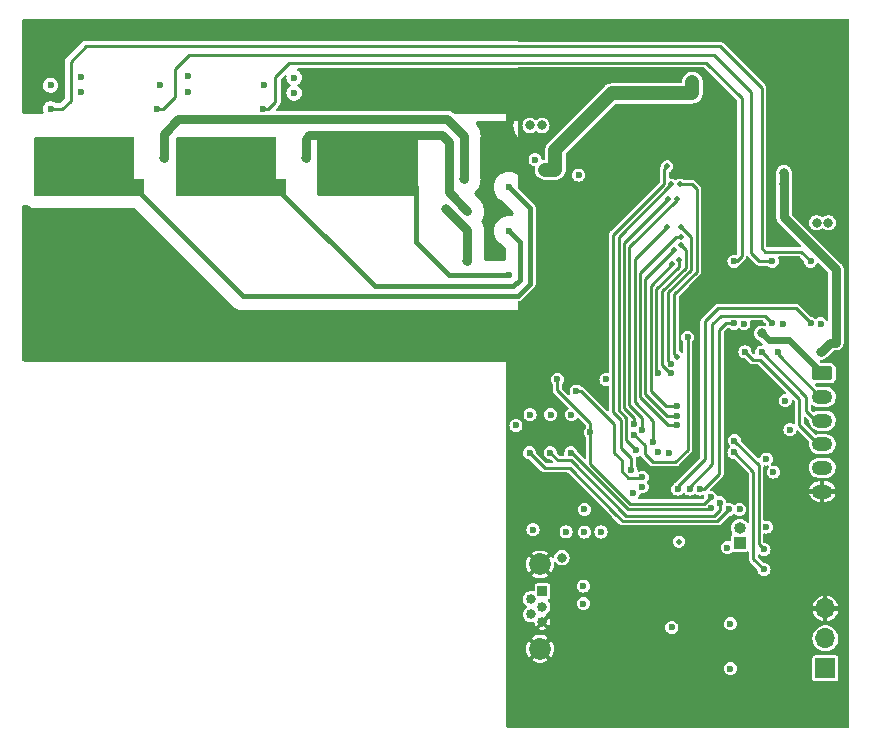
<source format=gbr>
%TF.GenerationSoftware,KiCad,Pcbnew,7.0.10*%
%TF.CreationDate,2024-02-05T19:27:08+01:00*%
%TF.ProjectId,vesc6,76657363-362e-46b6-9963-61645f706362,rev?*%
%TF.SameCoordinates,Original*%
%TF.FileFunction,Copper,L2,Inr*%
%TF.FilePolarity,Positive*%
%FSLAX46Y46*%
G04 Gerber Fmt 4.6, Leading zero omitted, Abs format (unit mm)*
G04 Created by KiCad (PCBNEW 7.0.10) date 2024-02-05 19:27:08*
%MOMM*%
%LPD*%
G01*
G04 APERTURE LIST*
G04 Aperture macros list*
%AMRoundRect*
0 Rectangle with rounded corners*
0 $1 Rounding radius*
0 $2 $3 $4 $5 $6 $7 $8 $9 X,Y pos of 4 corners*
0 Add a 4 corners polygon primitive as box body*
4,1,4,$2,$3,$4,$5,$6,$7,$8,$9,$2,$3,0*
0 Add four circle primitives for the rounded corners*
1,1,$1+$1,$2,$3*
1,1,$1+$1,$4,$5*
1,1,$1+$1,$6,$7*
1,1,$1+$1,$8,$9*
0 Add four rect primitives between the rounded corners*
20,1,$1+$1,$2,$3,$4,$5,0*
20,1,$1+$1,$4,$5,$6,$7,0*
20,1,$1+$1,$6,$7,$8,$9,0*
20,1,$1+$1,$8,$9,$2,$3,0*%
G04 Aperture macros list end*
%TA.AperFunction,ComponentPad*%
%ADD10R,1.000000X1.000000*%
%TD*%
%TA.AperFunction,ComponentPad*%
%ADD11O,1.000000X1.000000*%
%TD*%
%TA.AperFunction,ComponentPad*%
%ADD12R,1.700000X1.700000*%
%TD*%
%TA.AperFunction,ComponentPad*%
%ADD13O,1.700000X1.700000*%
%TD*%
%TA.AperFunction,ComponentPad*%
%ADD14RoundRect,0.250000X-0.625000X0.350000X-0.625000X-0.350000X0.625000X-0.350000X0.625000X0.350000X0*%
%TD*%
%TA.AperFunction,ComponentPad*%
%ADD15O,1.750000X1.200000*%
%TD*%
%TA.AperFunction,ComponentPad*%
%ADD16R,0.840000X0.840000*%
%TD*%
%TA.AperFunction,ComponentPad*%
%ADD17C,0.840000*%
%TD*%
%TA.AperFunction,ComponentPad*%
%ADD18C,1.850000*%
%TD*%
%TA.AperFunction,ViaPad*%
%ADD19C,0.600000*%
%TD*%
%TA.AperFunction,ViaPad*%
%ADD20C,0.800000*%
%TD*%
%TA.AperFunction,ViaPad*%
%ADD21C,0.500000*%
%TD*%
%TA.AperFunction,Conductor*%
%ADD22C,0.250000*%
%TD*%
%TA.AperFunction,Conductor*%
%ADD23C,1.200000*%
%TD*%
%TA.AperFunction,Conductor*%
%ADD24C,0.400000*%
%TD*%
%TA.AperFunction,Conductor*%
%ADD25C,0.800000*%
%TD*%
%TA.AperFunction,Conductor*%
%ADD26C,0.600000*%
%TD*%
G04 APERTURE END LIST*
D10*
%TO.N,/VESC_Right/3.3V*%
%TO.C,TH1*%
X211750000Y-70350000D03*
D11*
%TO.N,/VESC_Right/MCU/ADC_TEMP*%
X211750000Y-69080000D03*
%TD*%
D12*
%TO.N,/VESC_Right/CAN_H*%
%TO.C,J1*%
X219000000Y-80980000D03*
D13*
%TO.N,/VESC_Right/CAN_L*%
X219000000Y-78440000D03*
%TO.N,GND*%
X219000000Y-75900000D03*
%TD*%
D14*
%TO.N,Net-(J2-Pin_1)*%
%TO.C,J2*%
X218750000Y-56000000D03*
D15*
%TO.N,/VESC_Right/MCU/HALL_1*%
X218750000Y-58000000D03*
%TO.N,/VESC_Right/MCU/HALL_2*%
X218750000Y-60000000D03*
%TO.N,/VESC_Right/MCU/HALL_3*%
X218750000Y-62000000D03*
%TO.N,/VESC_Right/MCU/TEMP_MOTOR*%
X218750000Y-64000000D03*
%TO.N,GND*%
X218750000Y-66000000D03*
%TD*%
D16*
%TO.N,Net-(J6-VBUS)*%
%TO.C,J6*%
X195045000Y-74450000D03*
D17*
%TO.N,Net-(J6-D-)*%
X194045000Y-75100000D03*
%TO.N,Net-(J6-D+)*%
X195045000Y-75750000D03*
%TO.N,unconnected-(J6-ID-Pad4)*%
X194045000Y-76400000D03*
%TO.N,GND*%
X195045000Y-77050000D03*
D18*
X194825000Y-72175000D03*
X194825000Y-79325000D03*
%TD*%
D19*
%TO.N,GND*%
X177750000Y-54400000D03*
X178750000Y-53400000D03*
X178750000Y-54400000D03*
X154750000Y-53500000D03*
X179750000Y-53400000D03*
X154750000Y-54500000D03*
X166750000Y-54450000D03*
X200600000Y-68125000D03*
X180750000Y-54400000D03*
X156750000Y-53500000D03*
X152750000Y-54500000D03*
X194900000Y-68125000D03*
X176750000Y-53400000D03*
X153750000Y-54500000D03*
X181750000Y-54400000D03*
X177750000Y-53400000D03*
X176750000Y-54400000D03*
X169750000Y-53450000D03*
X181750000Y-53400000D03*
X167750000Y-54450000D03*
X156750000Y-54500000D03*
X164750000Y-54450000D03*
X197700000Y-68125000D03*
X168750000Y-54450000D03*
X157750000Y-53500000D03*
X155750000Y-54500000D03*
X164750000Y-53450000D03*
X157750000Y-54500000D03*
X179750000Y-54400000D03*
X169750000Y-54450000D03*
X152750000Y-53500000D03*
X165750000Y-53450000D03*
X180750000Y-53400000D03*
X167750000Y-53450000D03*
X155750000Y-53500000D03*
X153750000Y-53500000D03*
X168750000Y-53450000D03*
X165750000Y-54450000D03*
X166750000Y-53450000D03*
%TO.N,/VESC_Right/MCU/TEMP_MOTOR*%
X214000000Y-63250000D03*
D20*
%TO.N,/VESC_Right/3.3V*%
X219250000Y-43250000D03*
D19*
X214000000Y-69000000D03*
X198100000Y-39200000D03*
X218600000Y-51800000D03*
X171500000Y-31600000D03*
X200419830Y-56500000D03*
X194250500Y-69225000D03*
X206000000Y-77500000D03*
X216000000Y-60750000D03*
X197050500Y-69417883D03*
D20*
X218250000Y-43250000D03*
D19*
X212100000Y-51800000D03*
X198600000Y-69425000D03*
X162700000Y-31600000D03*
X215400000Y-51800000D03*
X210700000Y-70750000D03*
X153400000Y-31600000D03*
X214600000Y-64350000D03*
X198600000Y-67500000D03*
X215600000Y-58300000D03*
%TO.N,/VESC_Right/MCU/NRST*%
X203500000Y-64800000D03*
X197900000Y-57500000D03*
D21*
X206600000Y-70250000D03*
D19*
%TO.N,/VESC_Right/DRV8301/SENS_A*%
X197450000Y-62725000D03*
X209301887Y-67381997D03*
%TO.N,/VESC_Right/DRV8301/SENS_B*%
X195700000Y-62725000D03*
X210050000Y-66950000D03*
D20*
%TO.N,/VESC_Right/DRV8301/Supply_Filterted*%
X195000000Y-35000000D03*
X194000000Y-35000000D03*
D19*
%TO.N,/VESC_Right/DRV8301/SENS_C*%
X193950000Y-62725000D03*
X210850000Y-67500000D03*
D20*
%TO.N,Net-(D8-K)*%
X195250000Y-38750000D03*
X207750000Y-31300000D03*
X207750000Y-32300000D03*
X196150000Y-38750000D03*
D19*
%TO.N,Net-(U3-BST_BK)*%
X194425000Y-37900000D03*
D20*
%TO.N,/VESC_Right/SH_A*%
X153850000Y-36600000D03*
X155100000Y-40350000D03*
X156350000Y-40350000D03*
X152600000Y-36600000D03*
X155100000Y-36600000D03*
X157600000Y-36600000D03*
X155100000Y-37850000D03*
X153850000Y-40350000D03*
X153850000Y-39100000D03*
X152600000Y-37850000D03*
X158850000Y-40350000D03*
X156350000Y-39100000D03*
X152600000Y-39100000D03*
X157600000Y-37850000D03*
X155100000Y-39100000D03*
X158850000Y-36600000D03*
X158850000Y-39100000D03*
X158850000Y-37850000D03*
X156350000Y-36600000D03*
X157600000Y-40350000D03*
D19*
X197500000Y-59500000D03*
D20*
X156350000Y-37850000D03*
X152600000Y-40350000D03*
D19*
X192225000Y-40225000D03*
D20*
X157600000Y-39100000D03*
X153850000Y-37850000D03*
%TO.N,/VESC_Right/DRV8301/SH_B*%
X164600000Y-39100000D03*
X165850000Y-36600000D03*
X164600000Y-37850000D03*
X165850000Y-37850000D03*
X168350000Y-40350000D03*
D19*
X192250000Y-43950000D03*
D20*
X168350000Y-37850000D03*
X165850000Y-40350000D03*
X167100000Y-39100000D03*
X169600000Y-36600000D03*
X164600000Y-40350000D03*
X169600000Y-40350000D03*
X169600000Y-39100000D03*
X167100000Y-36600000D03*
X165850000Y-39100000D03*
X168350000Y-36600000D03*
D19*
X195750000Y-59500000D03*
D20*
X169600000Y-37850000D03*
X170850000Y-36600000D03*
X167100000Y-40350000D03*
X170850000Y-40350000D03*
X168350000Y-39100000D03*
X170850000Y-37850000D03*
X170850000Y-39100000D03*
X164600000Y-36600000D03*
X167100000Y-37850000D03*
%TO.N,/VESC_Right/DRV8301/SH_C*%
X182850000Y-40350000D03*
X179100000Y-40350000D03*
X181600000Y-36600000D03*
X180350000Y-36600000D03*
X177850000Y-40350000D03*
X180350000Y-40350000D03*
X180350000Y-37850000D03*
X179100000Y-39100000D03*
X181600000Y-37850000D03*
X182850000Y-36600000D03*
X177850000Y-39100000D03*
X182850000Y-39100000D03*
D19*
X192250000Y-47700000D03*
D20*
X177850000Y-37850000D03*
X176600000Y-40350000D03*
X180350000Y-39100000D03*
X175000000Y-37750000D03*
X176600000Y-39100000D03*
X176600000Y-36600000D03*
X181600000Y-39100000D03*
X182850000Y-37850000D03*
X179100000Y-36600000D03*
X177850000Y-36600000D03*
D19*
X194000000Y-59500000D03*
D20*
X188700000Y-42250000D03*
X181600000Y-40350000D03*
X179100000Y-37850000D03*
X176600000Y-37850000D03*
%TO.N,/VESC_Right/5V*%
X196700000Y-71600000D03*
X218600000Y-54200000D03*
X215500000Y-39000000D03*
X215500000Y-40000000D03*
D19*
X192800000Y-60400000D03*
%TO.N,/VESC_Right/MCU/CURRENT_1*%
X206500000Y-65800000D03*
X217750000Y-51750000D03*
%TO.N,/VESC_Right/MCU/CURRENT_2*%
X214500000Y-51750000D03*
X207500000Y-65800000D03*
%TO.N,/VESC_Right/MCU/CURRENT_3*%
X211250000Y-51750000D03*
X208400000Y-65800000D03*
D20*
%TO.N,Net-(J2-Pin_1)*%
X213600000Y-52600000D03*
D19*
%TO.N,/VESC_Right/MCU/HALL_3*%
X212191084Y-54182039D03*
%TO.N,/VESC_Right/MCU/HALL_2*%
X213600000Y-54200000D03*
%TO.N,/VESC_Right/MCU/HALL_1*%
X214949998Y-54200000D03*
%TO.N,/VESC_Right/DRV8301/SENS_SUPPLY*%
X199100000Y-61000000D03*
X209300000Y-66500000D03*
X196300000Y-56500000D03*
D20*
%TO.N,Net-(Q2-G)*%
X163000000Y-37750000D03*
X188400000Y-39550000D03*
%TO.N,Net-(Q6-G)*%
X186900000Y-42100000D03*
X188700000Y-46500000D03*
D19*
%TO.N,/VESC_Right/MCU/USB_D_P*%
X198500000Y-75500000D03*
X204843649Y-62638514D03*
%TO.N,/VESC_Right/MCU/USB_D_N*%
X198500000Y-74000000D03*
X205800000Y-62700000D03*
%TO.N,/VESC_Right/MCU/LED_GREEN*%
X213800000Y-72600000D03*
X211250000Y-62690456D03*
%TO.N,/VESC_Right/MCU/LED_RED*%
X213800000Y-70900000D03*
X211300000Y-61700000D03*
%TO.N,/VESC_Right/MCU/ADC_TEMP*%
X211750000Y-67500000D03*
%TO.N,/VESC_Right/Power/C_A*%
X217750000Y-46500000D03*
X153400000Y-33600000D03*
%TO.N,/VESC_Right/Power/C_B*%
X214500000Y-46500000D03*
X162400000Y-33600000D03*
%TO.N,/VESC_Right/Power/C_C*%
X171400000Y-33600000D03*
X211250000Y-46500000D03*
%TO.N,/VESC_Right/DRV8301/SENS_FILTERED*%
X200000000Y-69425000D03*
%TO.N,/VESC_Right/DRV8301/INL_A*%
X206400000Y-60400000D03*
D21*
X206763909Y-44413909D03*
D19*
%TO.N,/VESC_Right/DRV8301/INL_B*%
X206400000Y-59599997D03*
D21*
X206226055Y-45550000D03*
D19*
%TO.N,/VESC_Right/DRV8301/INL_C*%
X206400000Y-58799994D03*
D21*
X206000000Y-46760723D03*
%TO.N,/VESC_Right/DRV8301/CS*%
X206700000Y-40000000D03*
X206450000Y-54600000D03*
D19*
%TO.N,/VESC_Right/DRV8301/INH_A*%
X205950981Y-55174043D03*
D21*
X206800000Y-43600000D03*
%TO.N,/VESC_Right/DRV8301/INH_B*%
X206794004Y-45140634D03*
D19*
X205920797Y-55972975D03*
%TO.N,/VESC_Right/DRV8301/INH_C*%
X204850000Y-56000000D03*
D21*
X206600000Y-46400000D03*
D19*
%TO.N,/VESC_Right/DRV8301/SCLK*%
X202825500Y-60300000D03*
D21*
X205700000Y-41200000D03*
D19*
%TO.N,/VESC_Right/MCU/CURR_FILTER_ON*%
X202800000Y-61200000D03*
X207336397Y-52936397D03*
%TO.N,/VESC_Right/DRV8301/SDO*%
X203484256Y-60785514D03*
D21*
X206400000Y-41200000D03*
D19*
%TO.N,/VESC_Right/DRV8301/SDI*%
X202997239Y-62510819D03*
D21*
X205950500Y-40000000D03*
%TO.N,/VESC_Right/DRV8301/EN_GATE*%
X205600000Y-43599500D03*
D19*
X204375000Y-61800000D03*
D21*
%TO.N,/VESC_Right/DRV8301/FAULT*%
X205600000Y-38450500D03*
D19*
X202550000Y-64200000D03*
%TO.N,/VESC_Right/CAN/RX*%
X203500000Y-65600003D03*
X210950000Y-77200000D03*
%TO.N,/VESC_Right/CAN/TX*%
X202750000Y-66100000D03*
X210950000Y-81000000D03*
%TO.N,Net-(U7-IN-)*%
X156000000Y-30900000D03*
%TO.N,Net-(U7-IN+)*%
X156000000Y-32200000D03*
%TO.N,Net-(U10-IN-)*%
X165025000Y-30850000D03*
%TO.N,Net-(U10-IN+)*%
X165025000Y-32150000D03*
%TO.N,Net-(U12-IN-)*%
X174025000Y-30950000D03*
%TO.N,Net-(U12-IN+)*%
X174025000Y-32250000D03*
%TD*%
D22*
%TO.N,/VESC_Right/MCU/NRST*%
X201750000Y-63350000D02*
X201100000Y-62700000D01*
X201100000Y-62700000D02*
X201100000Y-60300000D01*
X203500000Y-64800000D02*
X203475000Y-64825000D01*
X201750000Y-64283884D02*
X201750000Y-63350000D01*
X201100000Y-60300000D02*
X198300000Y-57500000D01*
X202291116Y-64825000D02*
X201750000Y-64283884D01*
X203475000Y-64825000D02*
X202291116Y-64825000D01*
X198300000Y-57500000D02*
X197900000Y-57500000D01*
%TO.N,/VESC_Right/DRV8301/SENS_A*%
X209183884Y-67500000D02*
X202300000Y-67500000D01*
X209301887Y-67381997D02*
X209183884Y-67500000D01*
X202300000Y-67500000D02*
X197525000Y-62725000D01*
X197525000Y-62725000D02*
X197450000Y-62725000D01*
%TO.N,/VESC_Right/DRV8301/SENS_B*%
X210050000Y-66950000D02*
X210050000Y-67570611D01*
X210050000Y-67570611D02*
X209576031Y-68044580D01*
X202144580Y-68044580D02*
X197450000Y-63350000D01*
X197450000Y-63350000D02*
X196325000Y-63350000D01*
X209576031Y-68044580D02*
X202144580Y-68044580D01*
X196325000Y-63350000D02*
X195700000Y-62725000D01*
%TO.N,/VESC_Right/DRV8301/SENS_C*%
X209855420Y-68494580D02*
X201844580Y-68494580D01*
X201225000Y-67866116D02*
X197358884Y-64000000D01*
X197358884Y-64000000D02*
X195225000Y-64000000D01*
X201844580Y-68494580D02*
X201225000Y-67875000D01*
X201225000Y-67875000D02*
X201225000Y-67866116D01*
X210850000Y-67500000D02*
X209855420Y-68494580D01*
X195225000Y-64000000D02*
X193950000Y-62725000D01*
D23*
%TO.N,Net-(D8-K)*%
X196150000Y-37050000D02*
X196150000Y-38750000D01*
X196150000Y-38750000D02*
X195250000Y-38750000D01*
X200900000Y-32300000D02*
X196150000Y-37050000D01*
X207750000Y-32300000D02*
X200900000Y-32300000D01*
X207750000Y-32300000D02*
X207750000Y-31300000D01*
D24*
%TO.N,/VESC_Right/SH_A*%
X192975000Y-49450000D02*
X169700000Y-49450000D01*
X160600000Y-40350000D02*
X158850000Y-40350000D01*
X194025000Y-48400000D02*
X192975000Y-49450000D01*
X194025000Y-42025000D02*
X194025000Y-48400000D01*
X192225000Y-40225000D02*
X194025000Y-42025000D01*
X169700000Y-49450000D02*
X160600000Y-40350000D01*
%TO.N,/VESC_Right/DRV8301/SH_B*%
X192250000Y-43950000D02*
X193150000Y-44850000D01*
X192575000Y-48625000D02*
X180875000Y-48625000D01*
X193150000Y-48050000D02*
X192575000Y-48625000D01*
X193150000Y-44850000D02*
X193150000Y-48050000D01*
X180875000Y-48625000D02*
X172600000Y-40350000D01*
X172600000Y-40350000D02*
X170850000Y-40350000D01*
D25*
%TO.N,/VESC_Right/DRV8301/SH_C*%
X175300000Y-35850000D02*
X186500000Y-35850000D01*
D24*
X184300000Y-44900000D02*
X184300000Y-40250000D01*
D25*
X175000000Y-37750000D02*
X175000000Y-36150000D01*
X187100000Y-36450000D02*
X187100000Y-40650000D01*
D24*
X187100000Y-47700000D02*
X184300000Y-44900000D01*
D25*
X187100000Y-40650000D02*
X188700000Y-42250000D01*
D24*
X182950000Y-40250000D02*
X182850000Y-40350000D01*
D25*
X186500000Y-35850000D02*
X187100000Y-36450000D01*
X175000000Y-36150000D02*
X175300000Y-35850000D01*
D24*
X184300000Y-40250000D02*
X182950000Y-40250000D01*
X192250000Y-47700000D02*
X187100000Y-47700000D01*
D25*
%TO.N,/VESC_Right/5V*%
X215500000Y-39000000D02*
X215500000Y-42800000D01*
X215500000Y-42800000D02*
X217000000Y-44300000D01*
X219400000Y-53400000D02*
X218600000Y-54200000D01*
X217000000Y-44300000D02*
X219900000Y-47200000D01*
X219900000Y-47200000D02*
X219900000Y-53400000D01*
X219900000Y-53400000D02*
X219400000Y-53400000D01*
D22*
%TO.N,/VESC_Right/MCU/CURRENT_1*%
X206500000Y-65550000D02*
X208800000Y-63250000D01*
X208800000Y-63250000D02*
X208800000Y-51600000D01*
X209900000Y-50500000D02*
X216500000Y-50500000D01*
X216500000Y-50500000D02*
X217750000Y-51750000D01*
X206500000Y-65800000D02*
X206500000Y-65550000D01*
X208800000Y-51600000D02*
X209900000Y-50500000D01*
%TO.N,/VESC_Right/MCU/CURRENT_2*%
X209400000Y-51850000D02*
X210125000Y-51125000D01*
X207500000Y-65800000D02*
X207500000Y-65600000D01*
X207500000Y-65600000D02*
X209400000Y-63700000D01*
X209400000Y-63700000D02*
X209400000Y-51850000D01*
X213875000Y-51125000D02*
X214500000Y-51750000D01*
X210125000Y-51125000D02*
X213875000Y-51125000D01*
%TO.N,/VESC_Right/MCU/CURRENT_3*%
X210000000Y-64500000D02*
X210000000Y-52300000D01*
X210550000Y-51750000D02*
X211250000Y-51750000D01*
X208700000Y-65800000D02*
X210000000Y-64500000D01*
X210000000Y-52300000D02*
X210550000Y-51750000D01*
X208400000Y-65800000D02*
X208700000Y-65800000D01*
D26*
%TO.N,Net-(J2-Pin_1)*%
X214200000Y-53200000D02*
X215950000Y-53200000D01*
X213600000Y-52600000D02*
X214200000Y-53200000D01*
X215950000Y-53200000D02*
X218750000Y-56000000D01*
D22*
%TO.N,/VESC_Right/MCU/HALL_3*%
X212834045Y-54825000D02*
X213425000Y-54825000D01*
X213425000Y-54825000D02*
X216800000Y-58200000D01*
X216800000Y-60400000D02*
X218400000Y-62000000D01*
X218400000Y-62000000D02*
X218750000Y-62000000D01*
X212191084Y-54182039D02*
X212834045Y-54825000D01*
X216800000Y-58200000D02*
X216800000Y-60400000D01*
%TO.N,/VESC_Right/MCU/HALL_2*%
X217400000Y-59200000D02*
X218200000Y-60000000D01*
X213600000Y-54200000D02*
X217400000Y-58000000D01*
X217400000Y-58000000D02*
X217400000Y-59200000D01*
X218200000Y-60000000D02*
X218750000Y-60000000D01*
%TO.N,/VESC_Right/MCU/HALL_1*%
X218566046Y-58000000D02*
X218750000Y-58000000D01*
X214949998Y-54383952D02*
X218566046Y-58000000D01*
X214949998Y-54200000D02*
X214949998Y-54383952D01*
%TO.N,/VESC_Right/DRV8301/SENS_SUPPLY*%
X208750000Y-67050000D02*
X202486396Y-67050000D01*
X209300000Y-66500000D02*
X208750000Y-67050000D01*
X199100000Y-63663604D02*
X199100000Y-61000000D01*
X199100000Y-60216116D02*
X196300000Y-57416116D01*
X202486396Y-67050000D02*
X199100000Y-63663604D01*
X199100000Y-61000000D02*
X199100000Y-60216116D01*
X196300000Y-57416116D02*
X196300000Y-56500000D01*
D25*
%TO.N,Net-(Q2-G)*%
X187000000Y-34500000D02*
X188400000Y-35900000D01*
X163000000Y-35700000D02*
X164200000Y-34500000D01*
X188400000Y-35900000D02*
X188400000Y-39550000D01*
X163000000Y-37750000D02*
X163000000Y-35700000D01*
X164200000Y-34500000D02*
X187000000Y-34500000D01*
%TO.N,Net-(Q6-G)*%
X188700000Y-43900000D02*
X186900000Y-42100000D01*
X188700000Y-46500000D02*
X188700000Y-43900000D01*
D22*
%TO.N,/VESC_Right/MCU/LED_GREEN*%
X212900000Y-69600000D02*
X212900000Y-64340456D01*
X213800000Y-72600000D02*
X212900000Y-71700000D01*
X212900000Y-64340456D02*
X211250000Y-62690456D01*
X212900000Y-71700000D02*
X212900000Y-69600000D01*
%TO.N,/VESC_Right/MCU/LED_RED*%
X213375000Y-70475000D02*
X213375000Y-63775000D01*
X213800000Y-70900000D02*
X213375000Y-70475000D01*
X213375000Y-63775000D02*
X211300000Y-61700000D01*
%TO.N,/VESC_Right/Power/C_A*%
X216950000Y-45700000D02*
X217750000Y-46500000D01*
X210100000Y-28300000D02*
X213600000Y-31800000D01*
X155100000Y-32900000D02*
X155100000Y-29600000D01*
X213600000Y-45400000D02*
X213900000Y-45700000D01*
X213600000Y-31800000D02*
X213600000Y-45400000D01*
X213900000Y-45700000D02*
X216950000Y-45700000D01*
X154400000Y-33600000D02*
X155100000Y-32900000D01*
X153400000Y-33600000D02*
X154400000Y-33600000D01*
X155100000Y-29600000D02*
X156400000Y-28300000D01*
X156400000Y-28300000D02*
X210100000Y-28300000D01*
%TO.N,/VESC_Right/Power/C_B*%
X209650000Y-29100000D02*
X212700000Y-32150000D01*
X163900000Y-30200000D02*
X165100000Y-29000000D01*
X212700000Y-32150000D02*
X212700000Y-45800000D01*
X213400000Y-46500000D02*
X214500000Y-46500000D01*
X162900000Y-33600000D02*
X163900000Y-32600000D01*
X163900000Y-32600000D02*
X163900000Y-30200000D01*
X162400000Y-33600000D02*
X162900000Y-33600000D01*
X165100000Y-29000000D02*
X209550000Y-29000000D01*
X212700000Y-45800000D02*
X213400000Y-46500000D01*
X209550000Y-29000000D02*
X209650000Y-29100000D01*
%TO.N,/VESC_Right/Power/C_C*%
X173600000Y-29700000D02*
X208900000Y-29700000D01*
X211900000Y-46100000D02*
X211500000Y-46500000D01*
X172400000Y-30900000D02*
X173600000Y-29700000D01*
X171400000Y-33600000D02*
X171800000Y-33600000D01*
X208900000Y-29700000D02*
X211900000Y-32700000D01*
X211900000Y-32700000D02*
X211900000Y-46100000D01*
X211500000Y-46500000D02*
X211250000Y-46500000D01*
X172400000Y-33000000D02*
X172400000Y-30900000D01*
X171800000Y-33600000D02*
X172400000Y-33000000D01*
%TO.N,/VESC_Right/DRV8301/INL_A*%
X203294830Y-57994830D02*
X203294830Y-47505170D01*
X205700000Y-60400000D02*
X203294830Y-57994830D01*
X206400000Y-60400000D02*
X205700000Y-60400000D01*
X203294830Y-47505170D02*
X206386091Y-44413909D01*
X206386091Y-44413909D02*
X206763909Y-44413909D01*
%TO.N,/VESC_Right/DRV8301/INL_B*%
X205599997Y-59599997D02*
X203744830Y-57744830D01*
X203744830Y-48032281D02*
X206226055Y-45551056D01*
X203744830Y-57744830D02*
X203744830Y-48032281D01*
X206400000Y-59599997D02*
X205599997Y-59599997D01*
X206226055Y-45551056D02*
X206226055Y-45550000D01*
%TO.N,/VESC_Right/DRV8301/INL_C*%
X204194830Y-48565893D02*
X206000000Y-46760723D01*
X206400000Y-58799994D02*
X205499994Y-58799994D01*
X204194830Y-57494830D02*
X204194830Y-48565893D01*
X205499994Y-58799994D02*
X204194830Y-57494830D01*
%TO.N,/VESC_Right/DRV8301/CS*%
X208100000Y-40400000D02*
X207700000Y-40000000D01*
X206200000Y-54350000D02*
X206200000Y-49300000D01*
X206200000Y-49300000D02*
X208100000Y-47400000D01*
X207700000Y-40000000D02*
X206700000Y-40000000D01*
X208100000Y-47400000D02*
X208100000Y-40400000D01*
X206450000Y-54600000D02*
X206200000Y-54350000D01*
%TO.N,/VESC_Right/DRV8301/INH_A*%
X207625000Y-44425000D02*
X207625000Y-47221688D01*
X207625000Y-47221688D02*
X205700000Y-49146688D01*
X206800000Y-43600000D02*
X207625000Y-44425000D01*
X205700000Y-54923062D02*
X205950981Y-55174043D01*
X205700000Y-49146688D02*
X205700000Y-54923062D01*
%TO.N,/VESC_Right/DRV8301/INH_B*%
X207175000Y-45521630D02*
X206794004Y-45140634D01*
X205200000Y-55306946D02*
X205200000Y-49010292D01*
X207175000Y-47035292D02*
X207175000Y-45521630D01*
X205866029Y-55972975D02*
X205200000Y-55306946D01*
X205920797Y-55972975D02*
X205866029Y-55972975D01*
X205200000Y-49010292D02*
X207175000Y-47035292D01*
%TO.N,/VESC_Right/DRV8301/INH_C*%
X206600000Y-46400000D02*
X206600000Y-46973896D01*
X204700000Y-55850000D02*
X204850000Y-56000000D01*
X206600000Y-46973896D02*
X204700000Y-48873896D01*
X204700000Y-48873896D02*
X204700000Y-55850000D01*
%TO.N,/VESC_Right/DRV8301/SCLK*%
X201944830Y-58922038D02*
X201944830Y-44955170D01*
X202825500Y-59802708D02*
X201944830Y-58922038D01*
X202825500Y-60300000D02*
X202825500Y-59802708D01*
X201944830Y-44955170D02*
X205700000Y-41200000D01*
%TO.N,/VESC_Right/MCU/CURR_FILTER_ON*%
X204400000Y-63500000D02*
X206300000Y-63500000D01*
X206300000Y-63500000D02*
X207336397Y-62463603D01*
X202800000Y-61200000D02*
X203700000Y-62100000D01*
X203700000Y-62800000D02*
X204400000Y-63500000D01*
X207336397Y-62463603D02*
X207336397Y-52936397D01*
X203700000Y-62100000D02*
X203700000Y-62800000D01*
%TO.N,/VESC_Right/DRV8301/SDO*%
X202394830Y-58644830D02*
X202394830Y-45318343D01*
X203484256Y-60785514D02*
X203484256Y-59734256D01*
X206400000Y-41313173D02*
X206400000Y-41200000D01*
X203484256Y-59734256D02*
X202394830Y-58644830D01*
X202394830Y-45318343D02*
X206400000Y-41313173D01*
%TO.N,/VESC_Right/DRV8301/SDI*%
X202150000Y-61663580D02*
X202150000Y-59763604D01*
X201494830Y-44455670D02*
X205950500Y-40000000D01*
X202150000Y-59763604D02*
X201494830Y-59108434D01*
X202997239Y-62510819D02*
X202150000Y-61663580D01*
X201494830Y-59108434D02*
X201494830Y-44455670D01*
%TO.N,/VESC_Right/DRV8301/EN_GATE*%
X202844830Y-58458434D02*
X202844830Y-46354670D01*
X204375000Y-59988604D02*
X202844830Y-58458434D01*
X202844830Y-46354670D02*
X205600000Y-43599500D01*
X204375000Y-61800000D02*
X204375000Y-59988604D01*
%TO.N,/VESC_Right/DRV8301/FAULT*%
X205375500Y-38675000D02*
X205600000Y-38450500D01*
X205375500Y-39938604D02*
X205375500Y-38675000D01*
X201044830Y-59294830D02*
X201044830Y-44269274D01*
X202550000Y-63200000D02*
X201681802Y-62331802D01*
X201681802Y-62331802D02*
X201681802Y-59931802D01*
X201681802Y-59931802D02*
X201044830Y-59294830D01*
X201044830Y-44269274D02*
X205375500Y-39938604D01*
X202550000Y-64200000D02*
X202550000Y-63200000D01*
%TD*%
%TA.AperFunction,Conductor*%
%TO.N,/VESC_Right/SH_A*%
G36*
X160459191Y-36018907D02*
G01*
X160495155Y-36068407D01*
X160500000Y-36099000D01*
X160500000Y-39500000D01*
X161201000Y-39500000D01*
X161259191Y-39518907D01*
X161295155Y-39568407D01*
X161300000Y-39599000D01*
X161300000Y-40901000D01*
X161281093Y-40959191D01*
X161231593Y-40995155D01*
X161201000Y-41000000D01*
X152099000Y-41000000D01*
X152040809Y-40981093D01*
X152004845Y-40931593D01*
X152000000Y-40901000D01*
X152000000Y-36099000D01*
X152018907Y-36040809D01*
X152068407Y-36004845D01*
X152099000Y-36000000D01*
X160401000Y-36000000D01*
X160459191Y-36018907D01*
G37*
%TD.AperFunction*%
%TD*%
%TA.AperFunction,Conductor*%
%TO.N,GND*%
G36*
X193000000Y-27824500D02*
G01*
X156461771Y-27824500D01*
X156440727Y-27822237D01*
X156434271Y-27820833D01*
X156434270Y-27820833D01*
X156386526Y-27824248D01*
X156379463Y-27824500D01*
X156365980Y-27824500D01*
X156352642Y-27826417D01*
X156345626Y-27827172D01*
X156297889Y-27830587D01*
X156297883Y-27830588D01*
X156291690Y-27832898D01*
X156271202Y-27838127D01*
X156264665Y-27839067D01*
X156264654Y-27839070D01*
X156221131Y-27858946D01*
X156214604Y-27861650D01*
X156169771Y-27878371D01*
X156164479Y-27882333D01*
X156146294Y-27893123D01*
X156140282Y-27895869D01*
X156104123Y-27927200D01*
X156098629Y-27931628D01*
X156087818Y-27939721D01*
X156078281Y-27949258D01*
X156073117Y-27954066D01*
X156036943Y-27985413D01*
X156033375Y-27990965D01*
X156020097Y-28007442D01*
X154807442Y-29220097D01*
X154790965Y-29233375D01*
X154785413Y-29236943D01*
X154754066Y-29273117D01*
X154749258Y-29278281D01*
X154739721Y-29287818D01*
X154731628Y-29298629D01*
X154727200Y-29304123D01*
X154695869Y-29340282D01*
X154693123Y-29346294D01*
X154682333Y-29364479D01*
X154678371Y-29369772D01*
X154678370Y-29369774D01*
X154661648Y-29414606D01*
X154658945Y-29421133D01*
X154639068Y-29464657D01*
X154638127Y-29471203D01*
X154632899Y-29491688D01*
X154630589Y-29497881D01*
X154630588Y-29497886D01*
X154627172Y-29545621D01*
X154626419Y-29552633D01*
X154624500Y-29565989D01*
X154624500Y-29579466D01*
X154624248Y-29586529D01*
X154620833Y-29634271D01*
X154622237Y-29640727D01*
X154624500Y-29661771D01*
X154624500Y-32662033D01*
X154605593Y-32720224D01*
X154595504Y-32732037D01*
X154232037Y-33095504D01*
X154177520Y-33123281D01*
X154162033Y-33124500D01*
X153881783Y-33124500D01*
X153823592Y-33105593D01*
X153816134Y-33099603D01*
X153772241Y-33060718D01*
X153772240Y-33060717D01*
X153657889Y-33000700D01*
X153632364Y-32987303D01*
X153478987Y-32949500D01*
X153478985Y-32949500D01*
X153321015Y-32949500D01*
X153321012Y-32949500D01*
X153167635Y-32987303D01*
X153027758Y-33060718D01*
X152909515Y-33165471D01*
X152819780Y-33295476D01*
X152763763Y-33443182D01*
X152763762Y-33443183D01*
X152744722Y-33599998D01*
X152744722Y-33600001D01*
X152763762Y-33756816D01*
X152763765Y-33756825D01*
X152805130Y-33865894D01*
X152808087Y-33927008D01*
X152774557Y-33978188D01*
X152717347Y-33999884D01*
X152712564Y-34000000D01*
X151099500Y-34000000D01*
X151041309Y-33981093D01*
X151005345Y-33931593D01*
X151000500Y-33901000D01*
X151000500Y-31600001D01*
X152744722Y-31600001D01*
X152763762Y-31756816D01*
X152763763Y-31756818D01*
X152797387Y-31845477D01*
X152819780Y-31904523D01*
X152909515Y-32034528D01*
X152909516Y-32034529D01*
X152909517Y-32034530D01*
X153027760Y-32139283D01*
X153167635Y-32212696D01*
X153321015Y-32250500D01*
X153321018Y-32250500D01*
X153478982Y-32250500D01*
X153478985Y-32250500D01*
X153632365Y-32212696D01*
X153772240Y-32139283D01*
X153890483Y-32034530D01*
X153980220Y-31904523D01*
X154036237Y-31756818D01*
X154055278Y-31600000D01*
X154054534Y-31593876D01*
X154038563Y-31462340D01*
X154036237Y-31443182D01*
X153980220Y-31295477D01*
X153890483Y-31165470D01*
X153772240Y-31060717D01*
X153676395Y-31010413D01*
X153632364Y-30987303D01*
X153478987Y-30949500D01*
X153478985Y-30949500D01*
X153321015Y-30949500D01*
X153321012Y-30949500D01*
X153167635Y-30987303D01*
X153027758Y-31060718D01*
X152909515Y-31165471D01*
X152819780Y-31295476D01*
X152763763Y-31443182D01*
X152763762Y-31443183D01*
X152744722Y-31599998D01*
X152744722Y-31600001D01*
X151000500Y-31600001D01*
X151000500Y-26099500D01*
X151019407Y-26041309D01*
X151068907Y-26005345D01*
X151099500Y-26000500D01*
X193000000Y-26000500D01*
X193000000Y-27824500D01*
G37*
%TD.AperFunction*%
%TA.AperFunction,Conductor*%
G36*
X193000000Y-34000000D02*
G01*
X187607726Y-34000000D01*
X187549535Y-33981093D01*
X187544090Y-33976838D01*
X187510839Y-33948937D01*
X187504471Y-33943103D01*
X187499774Y-33938406D01*
X187477978Y-33921173D01*
X187475140Y-33918928D01*
X187472983Y-33917172D01*
X187415214Y-33868698D01*
X187415212Y-33868697D01*
X187415210Y-33868695D01*
X187415206Y-33868692D01*
X187414365Y-33868270D01*
X187397417Y-33857473D01*
X187396682Y-33856892D01*
X187396673Y-33856886D01*
X187328372Y-33825037D01*
X187325782Y-33823783D01*
X187258437Y-33789962D01*
X187258436Y-33789961D01*
X187258433Y-33789960D01*
X187258428Y-33789958D01*
X187258426Y-33789958D01*
X187257523Y-33789744D01*
X187238525Y-33783140D01*
X187237677Y-33782744D01*
X187237670Y-33782742D01*
X187163849Y-33767499D01*
X187161040Y-33766876D01*
X187103088Y-33753142D01*
X187087721Y-33749500D01*
X187087720Y-33749500D01*
X187086791Y-33749500D01*
X187066771Y-33747455D01*
X187065854Y-33747265D01*
X186990526Y-33749458D01*
X186987646Y-33749500D01*
X172561966Y-33749500D01*
X172503775Y-33730593D01*
X172467811Y-33681093D01*
X172467811Y-33619907D01*
X172491962Y-33580497D01*
X172629276Y-33443182D01*
X172692554Y-33379903D01*
X172709038Y-33366622D01*
X172714589Y-33363055D01*
X172745940Y-33326871D01*
X172750730Y-33321727D01*
X172760279Y-33312180D01*
X172768377Y-33301359D01*
X172772783Y-33295893D01*
X172804130Y-33259718D01*
X172806872Y-33253713D01*
X172817672Y-33235510D01*
X172821629Y-33230226D01*
X172838354Y-33185380D01*
X172841055Y-33178862D01*
X172860929Y-33135346D01*
X172860928Y-33135346D01*
X172860931Y-33135342D01*
X172861870Y-33128803D01*
X172867105Y-33108295D01*
X172869411Y-33102115D01*
X172872825Y-33054380D01*
X172873581Y-33047356D01*
X172875308Y-33035343D01*
X172875500Y-33034011D01*
X172875500Y-33020532D01*
X172875752Y-33013469D01*
X172877389Y-32990578D01*
X172879167Y-32965729D01*
X172877762Y-32959269D01*
X172875500Y-32938226D01*
X172875500Y-31137966D01*
X172894407Y-31079775D01*
X172904496Y-31067963D01*
X173214851Y-30757607D01*
X173269368Y-30729829D01*
X173329800Y-30739400D01*
X173373065Y-30782665D01*
X173383133Y-30839542D01*
X173369722Y-30949997D01*
X173369722Y-30950001D01*
X173388762Y-31106816D01*
X173388763Y-31106818D01*
X173400576Y-31137966D01*
X173444780Y-31254523D01*
X173534515Y-31384528D01*
X173534516Y-31384529D01*
X173534517Y-31384530D01*
X173652760Y-31489283D01*
X173696691Y-31512340D01*
X173739430Y-31556125D01*
X173748270Y-31616668D01*
X173719835Y-31670845D01*
X173696691Y-31687660D01*
X173652758Y-31710718D01*
X173534515Y-31815471D01*
X173444780Y-31945476D01*
X173388763Y-32093182D01*
X173388762Y-32093183D01*
X173369722Y-32249998D01*
X173369722Y-32250001D01*
X173388762Y-32406816D01*
X173388763Y-32406817D01*
X173444780Y-32554523D01*
X173534515Y-32684528D01*
X173534516Y-32684529D01*
X173534517Y-32684530D01*
X173652760Y-32789283D01*
X173792635Y-32862696D01*
X173946015Y-32900500D01*
X173946018Y-32900500D01*
X174103982Y-32900500D01*
X174103985Y-32900500D01*
X174257365Y-32862696D01*
X174397240Y-32789283D01*
X174515483Y-32684530D01*
X174605220Y-32554523D01*
X174661237Y-32406818D01*
X174680217Y-32250500D01*
X174680278Y-32250001D01*
X174680278Y-32249998D01*
X174661237Y-32093183D01*
X174661237Y-32093182D01*
X174605220Y-31945477D01*
X174515483Y-31815470D01*
X174397240Y-31710717D01*
X174353306Y-31687658D01*
X174310570Y-31643876D01*
X174301729Y-31583333D01*
X174330163Y-31529156D01*
X174353305Y-31512342D01*
X174397240Y-31489283D01*
X174515483Y-31384530D01*
X174605220Y-31254523D01*
X174661237Y-31106818D01*
X174680278Y-30950000D01*
X174680217Y-30949500D01*
X174661808Y-30797885D01*
X174661237Y-30793182D01*
X174605220Y-30645477D01*
X174530304Y-30536942D01*
X174515484Y-30515471D01*
X174397241Y-30410718D01*
X174397240Y-30410717D01*
X174304722Y-30362159D01*
X174261985Y-30318376D01*
X174253144Y-30257832D01*
X174281579Y-30203655D01*
X174336427Y-30176539D01*
X174350731Y-30175500D01*
X193000000Y-30175500D01*
X193000000Y-34000000D01*
G37*
%TD.AperFunction*%
%TD*%
%TA.AperFunction,Conductor*%
%TO.N,GND*%
G36*
X220958691Y-26019407D02*
G01*
X220994655Y-26068907D01*
X220999500Y-26099500D01*
X220999500Y-85900500D01*
X220980593Y-85958691D01*
X220931093Y-85994655D01*
X220900500Y-85999500D01*
X192099500Y-85999500D01*
X192041309Y-85980593D01*
X192005345Y-85931093D01*
X192000500Y-85900500D01*
X192000500Y-81854672D01*
X217899500Y-81854672D01*
X217899501Y-81854684D01*
X217914033Y-81927736D01*
X217914035Y-81927742D01*
X217969397Y-82010599D01*
X217969399Y-82010601D01*
X218052260Y-82065966D01*
X218107808Y-82077015D01*
X218125315Y-82080498D01*
X218125320Y-82080498D01*
X218125326Y-82080500D01*
X218125327Y-82080500D01*
X219874673Y-82080500D01*
X219874674Y-82080500D01*
X219947740Y-82065966D01*
X220030601Y-82010601D01*
X220085966Y-81927740D01*
X220100500Y-81854674D01*
X220100500Y-80105326D01*
X220085966Y-80032260D01*
X220030601Y-79949399D01*
X220030599Y-79949397D01*
X219947742Y-79894035D01*
X219947740Y-79894034D01*
X219947737Y-79894033D01*
X219947736Y-79894033D01*
X219874684Y-79879501D01*
X219874674Y-79879500D01*
X218125326Y-79879500D01*
X218125325Y-79879500D01*
X218125315Y-79879501D01*
X218052263Y-79894033D01*
X218052257Y-79894035D01*
X217969400Y-79949397D01*
X217969397Y-79949400D01*
X217914035Y-80032257D01*
X217914033Y-80032263D01*
X217899501Y-80105315D01*
X217899500Y-80105327D01*
X217899500Y-81854672D01*
X192000500Y-81854672D01*
X192000500Y-81000000D01*
X210394750Y-81000000D01*
X210413669Y-81143708D01*
X210413670Y-81143709D01*
X210469139Y-81277625D01*
X210557379Y-81392621D01*
X210672375Y-81480861D01*
X210806291Y-81536330D01*
X210950000Y-81555250D01*
X211093709Y-81536330D01*
X211227625Y-81480861D01*
X211342621Y-81392621D01*
X211430861Y-81277625D01*
X211486330Y-81143709D01*
X211505250Y-81000000D01*
X211486330Y-80856291D01*
X211430861Y-80722375D01*
X211342621Y-80607379D01*
X211227625Y-80519139D01*
X211227621Y-80519137D01*
X211093709Y-80463670D01*
X211093708Y-80463669D01*
X210950000Y-80444750D01*
X210806291Y-80463669D01*
X210806290Y-80463670D01*
X210672378Y-80519137D01*
X210672374Y-80519139D01*
X210557381Y-80607377D01*
X210557377Y-80607381D01*
X210469139Y-80722374D01*
X210469137Y-80722378D01*
X210413670Y-80856290D01*
X210413669Y-80856291D01*
X210394750Y-80999999D01*
X210394750Y-81000000D01*
X192000500Y-81000000D01*
X192000500Y-79325000D01*
X193644966Y-79325000D01*
X193665058Y-79541830D01*
X193724652Y-79751279D01*
X193821711Y-79946200D01*
X193821716Y-79946209D01*
X193879622Y-80022888D01*
X194239881Y-79662627D01*
X194265406Y-79711260D01*
X194374104Y-79833956D01*
X194486174Y-79911312D01*
X194124327Y-80273160D01*
X194299015Y-80381322D01*
X194502070Y-80459987D01*
X194716120Y-80500000D01*
X194933880Y-80500000D01*
X195147929Y-80459987D01*
X195350986Y-80381322D01*
X195350991Y-80381319D01*
X195525672Y-80273161D01*
X195163824Y-79911313D01*
X195275896Y-79833956D01*
X195384594Y-79711260D01*
X195410117Y-79662628D01*
X195770377Y-80022888D01*
X195828281Y-79946213D01*
X195828286Y-79946204D01*
X195925347Y-79751279D01*
X195984941Y-79541830D01*
X196005033Y-79325000D01*
X195984941Y-79108169D01*
X195925347Y-78898720D01*
X195828288Y-78703799D01*
X195828283Y-78703790D01*
X195770377Y-78627110D01*
X195410117Y-78987369D01*
X195384594Y-78938740D01*
X195275896Y-78816044D01*
X195163822Y-78738686D01*
X195462509Y-78440000D01*
X217894785Y-78440000D01*
X217913603Y-78643083D01*
X217969418Y-78839250D01*
X218060327Y-79021821D01*
X218183236Y-79184579D01*
X218333959Y-79321981D01*
X218507363Y-79429348D01*
X218697544Y-79503024D01*
X218898024Y-79540500D01*
X219101976Y-79540500D01*
X219302456Y-79503024D01*
X219492637Y-79429348D01*
X219666041Y-79321981D01*
X219816764Y-79184579D01*
X219939673Y-79021821D01*
X220030582Y-78839250D01*
X220086397Y-78643083D01*
X220105215Y-78440000D01*
X220086397Y-78236917D01*
X220030582Y-78040750D01*
X219939673Y-77858179D01*
X219816764Y-77695421D01*
X219666041Y-77558019D01*
X219492637Y-77450652D01*
X219302456Y-77376976D01*
X219302455Y-77376975D01*
X219302453Y-77376975D01*
X219101976Y-77339500D01*
X218898024Y-77339500D01*
X218697546Y-77376975D01*
X218676240Y-77385229D01*
X218507363Y-77450652D01*
X218333959Y-77558019D01*
X218183237Y-77695420D01*
X218060328Y-77858177D01*
X218060323Y-77858186D01*
X217969419Y-78040747D01*
X217969418Y-78040750D01*
X217913603Y-78236917D01*
X217894785Y-78440000D01*
X195462509Y-78440000D01*
X195525672Y-78376837D01*
X195350988Y-78268678D01*
X195350986Y-78268677D01*
X195147929Y-78190012D01*
X194933880Y-78150000D01*
X194716120Y-78150000D01*
X194502070Y-78190012D01*
X194299013Y-78268677D01*
X194299011Y-78268678D01*
X194124326Y-78376837D01*
X194486175Y-78738686D01*
X194374104Y-78816044D01*
X194265406Y-78938740D01*
X194239882Y-78987371D01*
X193879621Y-78627110D01*
X193821720Y-78703784D01*
X193821711Y-78703799D01*
X193724652Y-78898720D01*
X193665058Y-79108169D01*
X193644966Y-79325000D01*
X192000500Y-79325000D01*
X192000500Y-77631414D01*
X194711073Y-77631414D01*
X194805668Y-77681061D01*
X194805671Y-77681062D01*
X194963644Y-77719999D01*
X194963650Y-77720000D01*
X195126350Y-77720000D01*
X195126355Y-77719999D01*
X195284328Y-77681062D01*
X195284331Y-77681061D01*
X195378926Y-77631414D01*
X195247512Y-77500000D01*
X205444750Y-77500000D01*
X205463669Y-77643708D01*
X205463670Y-77643709D01*
X205519139Y-77777625D01*
X205607379Y-77892621D01*
X205722375Y-77980861D01*
X205856291Y-78036330D01*
X206000000Y-78055250D01*
X206143709Y-78036330D01*
X206277625Y-77980861D01*
X206392621Y-77892621D01*
X206480861Y-77777625D01*
X206536330Y-77643709D01*
X206555250Y-77500000D01*
X206536330Y-77356291D01*
X206480861Y-77222375D01*
X206463692Y-77200000D01*
X210394750Y-77200000D01*
X210413669Y-77343708D01*
X210413670Y-77343709D01*
X210457966Y-77450652D01*
X210469139Y-77477625D01*
X210557379Y-77592621D01*
X210672375Y-77680861D01*
X210806291Y-77736330D01*
X210950000Y-77755250D01*
X211093709Y-77736330D01*
X211227625Y-77680861D01*
X211342621Y-77592621D01*
X211430861Y-77477625D01*
X211486330Y-77343709D01*
X211505250Y-77200000D01*
X211486330Y-77056291D01*
X211430861Y-76922375D01*
X211342621Y-76807379D01*
X211227625Y-76719139D01*
X211227621Y-76719137D01*
X211093709Y-76663670D01*
X211093708Y-76663669D01*
X210950000Y-76644750D01*
X210806291Y-76663669D01*
X210806290Y-76663670D01*
X210672378Y-76719137D01*
X210672374Y-76719139D01*
X210557381Y-76807377D01*
X210557377Y-76807381D01*
X210469139Y-76922374D01*
X210469137Y-76922378D01*
X210413670Y-77056290D01*
X210413669Y-77056291D01*
X210394750Y-77199999D01*
X210394750Y-77200000D01*
X206463692Y-77200000D01*
X206392621Y-77107379D01*
X206277625Y-77019139D01*
X206277621Y-77019137D01*
X206143709Y-76963670D01*
X206143708Y-76963669D01*
X206000000Y-76944750D01*
X205856291Y-76963669D01*
X205856290Y-76963670D01*
X205722378Y-77019137D01*
X205722374Y-77019139D01*
X205607381Y-77107377D01*
X205607377Y-77107381D01*
X205519139Y-77222374D01*
X205519137Y-77222378D01*
X205463670Y-77356290D01*
X205463669Y-77356291D01*
X205444750Y-77499999D01*
X205444750Y-77500000D01*
X195247512Y-77500000D01*
X195045000Y-77297487D01*
X194711073Y-77631414D01*
X192000500Y-77631414D01*
X192000500Y-76400000D01*
X193369575Y-76400000D01*
X193389202Y-76561638D01*
X193389202Y-76561639D01*
X193446941Y-76713886D01*
X193539435Y-76847888D01*
X193661314Y-76955864D01*
X193719382Y-76986340D01*
X193805491Y-77031533D01*
X193963587Y-77070500D01*
X193963590Y-77070500D01*
X194126410Y-77070500D01*
X194126413Y-77070500D01*
X194256915Y-77038334D01*
X194317939Y-77042766D01*
X194364704Y-77082221D01*
X194378885Y-77122524D01*
X194389690Y-77211517D01*
X194389691Y-77211518D01*
X194447387Y-77363650D01*
X194447390Y-77363654D01*
X194462281Y-77385229D01*
X194826873Y-77020638D01*
X194821317Y-77073510D01*
X194850218Y-77162457D01*
X194912798Y-77231960D01*
X194998238Y-77270000D01*
X195068123Y-77270000D01*
X195136481Y-77255470D01*
X195212144Y-77200498D01*
X195258907Y-77119503D01*
X195266212Y-77050000D01*
X195292487Y-77050000D01*
X195627717Y-77385229D01*
X195642612Y-77363651D01*
X195700308Y-77211518D01*
X195700309Y-77211517D01*
X195719921Y-77050001D01*
X195719921Y-77049998D01*
X195700309Y-76888482D01*
X195700308Y-76888481D01*
X195642612Y-76736348D01*
X195642609Y-76736343D01*
X195627718Y-76714769D01*
X195292487Y-77050000D01*
X195266212Y-77050000D01*
X195268683Y-77026490D01*
X195239782Y-76937543D01*
X195177202Y-76868040D01*
X195091762Y-76830000D01*
X195021877Y-76830000D01*
X195016336Y-76831177D01*
X195045001Y-76802513D01*
X195378925Y-76468585D01*
X195375602Y-76446754D01*
X195373069Y-76444159D01*
X195364228Y-76383615D01*
X195392662Y-76329438D01*
X195415808Y-76312622D01*
X195428685Y-76305864D01*
X195550563Y-76197890D01*
X195635388Y-76075000D01*
X217911504Y-76075000D01*
X217914097Y-76102990D01*
X217969887Y-76299070D01*
X218060750Y-76481548D01*
X218060755Y-76481557D01*
X218183608Y-76644240D01*
X218334266Y-76781582D01*
X218507581Y-76888895D01*
X218507586Y-76888898D01*
X218697683Y-76962541D01*
X218824999Y-76986340D01*
X218825000Y-76986340D01*
X218825000Y-76369753D01*
X218857685Y-76384680D01*
X218964237Y-76400000D01*
X219035763Y-76400000D01*
X219142315Y-76384680D01*
X219175000Y-76369753D01*
X219175000Y-76986340D01*
X219302316Y-76962541D01*
X219492413Y-76888898D01*
X219492418Y-76888895D01*
X219665733Y-76781582D01*
X219816391Y-76644240D01*
X219939244Y-76481557D01*
X219939249Y-76481548D01*
X220030112Y-76299070D01*
X220085902Y-76102990D01*
X220088496Y-76075000D01*
X219469724Y-76075000D01*
X219500000Y-75971889D01*
X219500000Y-75828111D01*
X219469724Y-75725000D01*
X220088496Y-75725000D01*
X220085902Y-75697009D01*
X220030112Y-75500929D01*
X219939249Y-75318451D01*
X219939244Y-75318442D01*
X219816391Y-75155759D01*
X219665733Y-75018417D01*
X219492418Y-74911104D01*
X219492413Y-74911101D01*
X219302316Y-74837458D01*
X219175000Y-74813658D01*
X219175000Y-75430246D01*
X219142315Y-75415320D01*
X219035763Y-75400000D01*
X218964237Y-75400000D01*
X218857685Y-75415320D01*
X218825000Y-75430246D01*
X218825000Y-74813659D01*
X218824999Y-74813658D01*
X218697683Y-74837458D01*
X218507586Y-74911101D01*
X218507581Y-74911104D01*
X218334266Y-75018417D01*
X218183608Y-75155759D01*
X218060755Y-75318442D01*
X218060750Y-75318451D01*
X217969887Y-75500929D01*
X217914097Y-75697009D01*
X217911504Y-75725000D01*
X218530276Y-75725000D01*
X218500000Y-75828111D01*
X218500000Y-75971889D01*
X218530276Y-76075000D01*
X217911504Y-76075000D01*
X195635388Y-76075000D01*
X195643059Y-76063886D01*
X195700798Y-75911640D01*
X195720425Y-75750000D01*
X195700798Y-75588360D01*
X195667288Y-75500000D01*
X197944750Y-75500000D01*
X197963669Y-75643708D01*
X197963670Y-75643709D01*
X198015345Y-75768467D01*
X198019139Y-75777625D01*
X198107379Y-75892621D01*
X198222375Y-75980861D01*
X198356291Y-76036330D01*
X198500000Y-76055250D01*
X198643709Y-76036330D01*
X198777625Y-75980861D01*
X198892621Y-75892621D01*
X198980861Y-75777625D01*
X199036330Y-75643709D01*
X199055250Y-75500000D01*
X199044101Y-75415320D01*
X199036330Y-75356291D01*
X198980861Y-75222375D01*
X198892621Y-75107379D01*
X198777625Y-75019139D01*
X198777621Y-75019137D01*
X198643709Y-74963670D01*
X198643708Y-74963669D01*
X198500000Y-74944750D01*
X198356291Y-74963669D01*
X198356290Y-74963670D01*
X198222378Y-75019137D01*
X198222374Y-75019139D01*
X198107381Y-75107377D01*
X198107377Y-75107381D01*
X198019139Y-75222374D01*
X198019137Y-75222378D01*
X197963670Y-75356290D01*
X197963669Y-75356291D01*
X197944750Y-75499999D01*
X197944750Y-75500000D01*
X195667288Y-75500000D01*
X195643059Y-75436114D01*
X195587961Y-75356290D01*
X195550564Y-75302111D01*
X195521306Y-75276191D01*
X195490287Y-75223451D01*
X195496192Y-75162551D01*
X195536766Y-75116753D01*
X195553947Y-75110207D01*
X195553735Y-75109695D01*
X195562734Y-75105967D01*
X195562740Y-75105966D01*
X195645601Y-75050601D01*
X195700966Y-74967740D01*
X195715500Y-74894674D01*
X195715500Y-74005326D01*
X195714440Y-74000000D01*
X197944750Y-74000000D01*
X197963669Y-74143708D01*
X197963670Y-74143709D01*
X198019139Y-74277625D01*
X198107379Y-74392621D01*
X198222375Y-74480861D01*
X198356291Y-74536330D01*
X198500000Y-74555250D01*
X198643709Y-74536330D01*
X198777625Y-74480861D01*
X198892621Y-74392621D01*
X198980861Y-74277625D01*
X199036330Y-74143709D01*
X199055250Y-74000000D01*
X199036330Y-73856291D01*
X198980861Y-73722375D01*
X198892621Y-73607379D01*
X198777625Y-73519139D01*
X198777621Y-73519137D01*
X198643709Y-73463670D01*
X198643708Y-73463669D01*
X198500000Y-73444750D01*
X198356291Y-73463669D01*
X198356290Y-73463670D01*
X198222378Y-73519137D01*
X198222374Y-73519139D01*
X198107381Y-73607377D01*
X198107377Y-73607381D01*
X198019139Y-73722374D01*
X198019137Y-73722378D01*
X197963670Y-73856290D01*
X197963669Y-73856291D01*
X197944750Y-73999999D01*
X197944750Y-74000000D01*
X195714440Y-74000000D01*
X195714440Y-73999999D01*
X195712015Y-73987808D01*
X195700966Y-73932260D01*
X195650206Y-73856291D01*
X195645602Y-73849400D01*
X195645599Y-73849397D01*
X195562742Y-73794035D01*
X195562740Y-73794034D01*
X195562737Y-73794033D01*
X195562736Y-73794033D01*
X195489684Y-73779501D01*
X195489674Y-73779500D01*
X194600326Y-73779500D01*
X194600325Y-73779500D01*
X194600315Y-73779501D01*
X194527263Y-73794033D01*
X194527257Y-73794035D01*
X194444400Y-73849397D01*
X194444397Y-73849400D01*
X194389035Y-73932257D01*
X194389033Y-73932263D01*
X194374501Y-74005315D01*
X194374500Y-74005327D01*
X194374500Y-74364283D01*
X194355593Y-74422474D01*
X194306093Y-74458438D01*
X194251809Y-74460406D01*
X194126418Y-74429500D01*
X194126413Y-74429500D01*
X193963587Y-74429500D01*
X193963584Y-74429500D01*
X193805491Y-74468466D01*
X193805489Y-74468467D01*
X193661314Y-74544135D01*
X193539435Y-74652111D01*
X193446941Y-74786113D01*
X193405770Y-74894674D01*
X193389202Y-74938360D01*
X193369575Y-75100000D01*
X193389202Y-75261640D01*
X193425098Y-75356290D01*
X193446941Y-75413886D01*
X193539435Y-75547888D01*
X193539436Y-75547889D01*
X193539437Y-75547890D01*
X193661315Y-75655864D01*
X193673655Y-75662341D01*
X193716393Y-75706125D01*
X193725233Y-75766669D01*
X193696798Y-75820845D01*
X193673657Y-75837658D01*
X193661315Y-75844136D01*
X193661313Y-75844137D01*
X193661312Y-75844138D01*
X193539435Y-75952111D01*
X193446941Y-76086113D01*
X193389202Y-76238360D01*
X193389202Y-76238361D01*
X193369575Y-76399999D01*
X193369575Y-76400000D01*
X192000500Y-76400000D01*
X192000500Y-72175000D01*
X193644966Y-72175000D01*
X193665058Y-72391830D01*
X193724652Y-72601279D01*
X193821711Y-72796200D01*
X193821716Y-72796209D01*
X193879622Y-72872888D01*
X194239881Y-72512627D01*
X194265406Y-72561260D01*
X194374104Y-72683956D01*
X194486174Y-72761312D01*
X194124327Y-73123160D01*
X194299015Y-73231322D01*
X194502070Y-73309987D01*
X194716120Y-73350000D01*
X194933880Y-73350000D01*
X195147929Y-73309987D01*
X195350986Y-73231322D01*
X195350991Y-73231319D01*
X195525672Y-73123161D01*
X195163824Y-72761313D01*
X195275896Y-72683956D01*
X195384594Y-72561260D01*
X195410117Y-72512628D01*
X195770377Y-72872888D01*
X195828281Y-72796213D01*
X195828286Y-72796204D01*
X195925347Y-72601279D01*
X195984941Y-72391830D01*
X196005033Y-72175000D01*
X195993207Y-72047377D01*
X196006665Y-71987690D01*
X196052635Y-71947312D01*
X196113559Y-71941666D01*
X196166167Y-71972909D01*
X196173261Y-71982004D01*
X196209515Y-72034528D01*
X196209516Y-72034529D01*
X196209517Y-72034530D01*
X196327760Y-72139283D01*
X196467635Y-72212696D01*
X196621015Y-72250500D01*
X196621018Y-72250500D01*
X196778982Y-72250500D01*
X196778985Y-72250500D01*
X196932365Y-72212696D01*
X197072240Y-72139283D01*
X197190483Y-72034530D01*
X197280220Y-71904523D01*
X197336237Y-71756818D01*
X197355278Y-71600000D01*
X197349666Y-71553784D01*
X197336237Y-71443183D01*
X197336237Y-71443182D01*
X197280220Y-71295477D01*
X197190483Y-71165470D01*
X197072240Y-71060717D01*
X196956555Y-71000000D01*
X196932364Y-70987303D01*
X196778987Y-70949500D01*
X196778985Y-70949500D01*
X196621015Y-70949500D01*
X196621012Y-70949500D01*
X196467635Y-70987303D01*
X196327758Y-71060718D01*
X196209515Y-71165471D01*
X196119780Y-71295476D01*
X196063763Y-71443182D01*
X196063763Y-71443183D01*
X196046584Y-71584659D01*
X196020800Y-71640146D01*
X195967326Y-71669881D01*
X195906587Y-71662505D01*
X195861783Y-71620837D01*
X195859684Y-71616852D01*
X195828285Y-71553794D01*
X195828283Y-71553790D01*
X195770377Y-71477110D01*
X195410117Y-71837369D01*
X195384594Y-71788740D01*
X195275896Y-71666044D01*
X195163822Y-71588686D01*
X195525672Y-71226837D01*
X195350988Y-71118678D01*
X195350986Y-71118677D01*
X195147929Y-71040012D01*
X194933880Y-71000000D01*
X194716120Y-71000000D01*
X194502070Y-71040012D01*
X194299013Y-71118677D01*
X194299011Y-71118678D01*
X194124326Y-71226837D01*
X194486175Y-71588686D01*
X194374104Y-71666044D01*
X194265406Y-71788740D01*
X194239882Y-71837371D01*
X193879621Y-71477110D01*
X193821720Y-71553784D01*
X193821711Y-71553799D01*
X193724652Y-71748720D01*
X193665058Y-71958169D01*
X193644966Y-72175000D01*
X192000500Y-72175000D01*
X192000500Y-70250002D01*
X206094353Y-70250002D01*
X206114834Y-70392456D01*
X206174622Y-70523371D01*
X206174623Y-70523373D01*
X206260407Y-70622374D01*
X206268873Y-70632144D01*
X206389942Y-70709950D01*
X206389947Y-70709953D01*
X206496403Y-70741211D01*
X206528035Y-70750499D01*
X206528036Y-70750499D01*
X206528039Y-70750500D01*
X206528041Y-70750500D01*
X206671959Y-70750500D01*
X206671961Y-70750500D01*
X206673664Y-70750000D01*
X210144750Y-70750000D01*
X210163669Y-70893708D01*
X210163670Y-70893709D01*
X210207696Y-71000000D01*
X210219139Y-71027625D01*
X210307379Y-71142621D01*
X210422375Y-71230861D01*
X210556291Y-71286330D01*
X210700000Y-71305250D01*
X210843709Y-71286330D01*
X210977625Y-71230861D01*
X211092621Y-71142621D01*
X211100755Y-71132019D01*
X211151178Y-71097362D01*
X211198615Y-71095187D01*
X211225318Y-71100499D01*
X211225324Y-71100499D01*
X211225326Y-71100500D01*
X211225327Y-71100500D01*
X212274673Y-71100500D01*
X212274674Y-71100500D01*
X212347740Y-71085966D01*
X212347746Y-71085962D01*
X212370499Y-71070760D01*
X212429387Y-71054151D01*
X212486790Y-71075329D01*
X212520783Y-71126202D01*
X212524500Y-71153075D01*
X212524500Y-71650789D01*
X212522393Y-71671103D01*
X212519633Y-71684266D01*
X212523740Y-71717217D01*
X212524500Y-71729461D01*
X212524500Y-71731119D01*
X212528003Y-71752116D01*
X212528592Y-71756159D01*
X212535133Y-71808624D01*
X212537371Y-71816144D01*
X212539935Y-71823611D01*
X212565088Y-71870091D01*
X212566959Y-71873726D01*
X212590175Y-71921213D01*
X212594736Y-71927601D01*
X212599579Y-71933823D01*
X212599581Y-71933826D01*
X212638473Y-71969629D01*
X212641400Y-71972437D01*
X213217316Y-72548353D01*
X213245093Y-72602870D01*
X213245465Y-72605434D01*
X213263670Y-72743708D01*
X213263670Y-72743709D01*
X213307696Y-72850000D01*
X213319139Y-72877625D01*
X213407379Y-72992621D01*
X213522375Y-73080861D01*
X213656291Y-73136330D01*
X213800000Y-73155250D01*
X213943709Y-73136330D01*
X214077625Y-73080861D01*
X214192621Y-72992621D01*
X214280861Y-72877625D01*
X214336330Y-72743709D01*
X214355250Y-72600000D01*
X214348450Y-72548353D01*
X214336330Y-72456291D01*
X214280861Y-72322375D01*
X214192621Y-72207379D01*
X214077625Y-72119139D01*
X214077621Y-72119137D01*
X213943709Y-72063670D01*
X213805435Y-72045465D01*
X213750210Y-72019124D01*
X213748354Y-72017316D01*
X213304496Y-71573458D01*
X213276719Y-71518941D01*
X213275500Y-71503454D01*
X213275500Y-71392178D01*
X213294407Y-71333987D01*
X213343907Y-71298023D01*
X213405093Y-71298023D01*
X213434766Y-71313636D01*
X213461288Y-71333987D01*
X213522369Y-71380857D01*
X213522371Y-71380858D01*
X213522375Y-71380861D01*
X213656291Y-71436330D01*
X213800000Y-71455250D01*
X213943709Y-71436330D01*
X214077625Y-71380861D01*
X214192621Y-71292621D01*
X214280861Y-71177625D01*
X214336330Y-71043709D01*
X214355250Y-70900000D01*
X214336330Y-70756291D01*
X214280861Y-70622375D01*
X214192621Y-70507379D01*
X214077625Y-70419139D01*
X214077621Y-70419137D01*
X214013206Y-70392456D01*
X213943709Y-70363670D01*
X213922795Y-70360916D01*
X213836577Y-70349565D01*
X213781352Y-70323223D01*
X213752158Y-70269452D01*
X213750500Y-70251412D01*
X213750500Y-69635290D01*
X213769407Y-69577099D01*
X213818907Y-69541135D01*
X213862421Y-69537137D01*
X214000000Y-69555250D01*
X214143709Y-69536330D01*
X214277625Y-69480861D01*
X214392621Y-69392621D01*
X214480861Y-69277625D01*
X214536330Y-69143709D01*
X214555250Y-69000000D01*
X214536330Y-68856291D01*
X214480861Y-68722375D01*
X214392621Y-68607379D01*
X214277625Y-68519139D01*
X214277621Y-68519137D01*
X214143709Y-68463670D01*
X214143708Y-68463669D01*
X214000000Y-68444750D01*
X213999999Y-68444750D01*
X213862422Y-68462862D01*
X213802261Y-68451712D01*
X213760144Y-68407329D01*
X213750500Y-68364709D01*
X213750500Y-66175000D01*
X217641433Y-66175000D01*
X217680713Y-66316469D01*
X217680715Y-66316473D01*
X217767318Y-66479825D01*
X217887007Y-66620732D01*
X217887012Y-66620738D01*
X218034191Y-66732621D01*
X218034193Y-66732622D01*
X218201989Y-66810253D01*
X218201991Y-66810254D01*
X218382561Y-66850000D01*
X218574999Y-66850000D01*
X218575000Y-66849999D01*
X218575000Y-66336404D01*
X218687424Y-66375000D01*
X218781073Y-66375000D01*
X218873446Y-66359586D01*
X218925000Y-66331685D01*
X218925000Y-66849999D01*
X218925001Y-66850000D01*
X219071084Y-66850000D01*
X219208804Y-66835021D01*
X219384010Y-66775987D01*
X219542429Y-66680670D01*
X219676658Y-66553522D01*
X219780411Y-66400498D01*
X219848848Y-66228734D01*
X219857657Y-66175000D01*
X219082727Y-66175000D01*
X219118551Y-66093330D01*
X219128886Y-65968605D01*
X219098163Y-65847281D01*
X219083606Y-65825000D01*
X219858566Y-65825000D01*
X219858566Y-65824999D01*
X219819286Y-65683530D01*
X219819284Y-65683526D01*
X219732681Y-65520174D01*
X219612992Y-65379267D01*
X219612987Y-65379261D01*
X219465808Y-65267378D01*
X219465806Y-65267377D01*
X219298010Y-65189746D01*
X219298008Y-65189745D01*
X219117439Y-65150000D01*
X218925001Y-65150000D01*
X218925000Y-65150001D01*
X218925000Y-65663595D01*
X218812576Y-65625000D01*
X218718927Y-65625000D01*
X218626554Y-65640414D01*
X218575000Y-65668314D01*
X218575000Y-65150001D01*
X218574999Y-65150000D01*
X218428916Y-65150000D01*
X218291195Y-65164978D01*
X218115989Y-65224012D01*
X217957570Y-65319329D01*
X217823341Y-65446477D01*
X217719588Y-65599501D01*
X217651151Y-65771265D01*
X217642342Y-65824999D01*
X217642343Y-65825000D01*
X218417273Y-65825000D01*
X218381449Y-65906670D01*
X218371114Y-66031395D01*
X218401837Y-66152719D01*
X218416394Y-66175000D01*
X217641433Y-66175000D01*
X213750500Y-66175000D01*
X213750500Y-63885290D01*
X213769407Y-63827099D01*
X213818907Y-63791135D01*
X213862421Y-63787137D01*
X214000000Y-63805250D01*
X214124867Y-63788810D01*
X214185025Y-63799960D01*
X214227143Y-63844342D01*
X214235129Y-63905003D01*
X214210585Y-63951661D01*
X214211329Y-63952232D01*
X214208009Y-63956558D01*
X214207798Y-63956960D01*
X214207381Y-63957377D01*
X214207380Y-63957378D01*
X214207379Y-63957379D01*
X214174069Y-64000788D01*
X214119139Y-64072374D01*
X214119137Y-64072378D01*
X214063670Y-64206290D01*
X214063669Y-64206291D01*
X214044750Y-64349999D01*
X214044750Y-64350000D01*
X214063669Y-64493708D01*
X214063670Y-64493709D01*
X214116437Y-64621103D01*
X214119139Y-64627625D01*
X214207379Y-64742621D01*
X214322375Y-64830861D01*
X214456291Y-64886330D01*
X214600000Y-64905250D01*
X214743709Y-64886330D01*
X214877625Y-64830861D01*
X214992621Y-64742621D01*
X215080861Y-64627625D01*
X215136330Y-64493709D01*
X215155250Y-64350000D01*
X215150860Y-64316659D01*
X215136330Y-64206291D01*
X215080861Y-64072375D01*
X214992621Y-63957379D01*
X214987804Y-63953683D01*
X217620740Y-63953683D01*
X217630755Y-64138407D01*
X217680203Y-64316504D01*
X217680247Y-64316661D01*
X217680250Y-64316667D01*
X217766899Y-64480103D01*
X217766900Y-64480104D01*
X217886661Y-64621098D01*
X217886666Y-64621103D01*
X218033932Y-64733052D01*
X218033934Y-64733053D01*
X218033935Y-64733053D01*
X218033936Y-64733054D01*
X218201833Y-64810732D01*
X218382503Y-64850500D01*
X218382507Y-64850500D01*
X219071112Y-64850500D01*
X219071113Y-64850500D01*
X219208910Y-64835514D01*
X219384221Y-64776444D01*
X219490640Y-64712414D01*
X219542733Y-64681072D01*
X219542733Y-64681071D01*
X219542736Y-64681070D01*
X219677041Y-64553849D01*
X219758829Y-64433219D01*
X219780857Y-64400732D01*
X219780858Y-64400730D01*
X219849331Y-64228875D01*
X219879260Y-64046317D01*
X219869245Y-63861593D01*
X219819754Y-63683341D01*
X219733100Y-63519896D01*
X219625706Y-63393462D01*
X219613338Y-63378901D01*
X219613333Y-63378896D01*
X219466067Y-63266947D01*
X219466065Y-63266946D01*
X219298170Y-63189269D01*
X219298168Y-63189268D01*
X219241010Y-63176687D01*
X219117497Y-63149500D01*
X218428887Y-63149500D01*
X218291090Y-63164486D01*
X218236790Y-63182782D01*
X218115780Y-63223555D01*
X218115777Y-63223556D01*
X217957266Y-63318927D01*
X217957262Y-63318931D01*
X217822960Y-63446149D01*
X217719142Y-63599267D01*
X217650669Y-63771124D01*
X217631953Y-63885290D01*
X217620740Y-63953683D01*
X214987804Y-63953683D01*
X214877625Y-63869139D01*
X214877621Y-63869137D01*
X214743709Y-63813670D01*
X214743708Y-63813669D01*
X214600000Y-63794750D01*
X214599999Y-63794750D01*
X214475134Y-63811189D01*
X214414973Y-63800039D01*
X214372856Y-63755657D01*
X214364870Y-63694995D01*
X214389417Y-63648341D01*
X214388671Y-63647768D01*
X214392006Y-63643420D01*
X214392215Y-63643025D01*
X214392612Y-63642627D01*
X214392621Y-63642621D01*
X214480861Y-63527625D01*
X214536330Y-63393709D01*
X214555250Y-63250000D01*
X214554590Y-63244990D01*
X214536330Y-63106291D01*
X214480861Y-62972375D01*
X214392621Y-62857379D01*
X214277625Y-62769139D01*
X214277621Y-62769137D01*
X214143709Y-62713670D01*
X214143708Y-62713669D01*
X214000000Y-62694750D01*
X213856291Y-62713669D01*
X213856290Y-62713670D01*
X213722378Y-62769137D01*
X213722374Y-62769139D01*
X213607381Y-62857377D01*
X213607377Y-62857381D01*
X213519139Y-62972374D01*
X213519137Y-62972378D01*
X213463670Y-63106290D01*
X213463669Y-63106293D01*
X213463540Y-63107276D01*
X213463234Y-63107915D01*
X213461990Y-63112561D01*
X213461128Y-63112330D01*
X213437192Y-63162498D01*
X213383418Y-63191687D01*
X213322757Y-63183694D01*
X213295384Y-63164347D01*
X212649566Y-62518529D01*
X211882683Y-61751645D01*
X211854906Y-61697128D01*
X211854534Y-61694563D01*
X211853055Y-61683332D01*
X211836330Y-61556291D01*
X211780861Y-61422375D01*
X211692621Y-61307379D01*
X211577625Y-61219139D01*
X211577621Y-61219137D01*
X211443709Y-61163670D01*
X211443708Y-61163669D01*
X211300000Y-61144750D01*
X211156291Y-61163669D01*
X211156290Y-61163670D01*
X211022378Y-61219137D01*
X211022374Y-61219139D01*
X210907381Y-61307377D01*
X210907377Y-61307381D01*
X210819139Y-61422374D01*
X210819137Y-61422378D01*
X210763670Y-61556290D01*
X210763669Y-61556291D01*
X210744750Y-61699999D01*
X210744750Y-61700000D01*
X210763669Y-61843708D01*
X210763670Y-61843709D01*
X210811169Y-61958385D01*
X210819139Y-61977625D01*
X210907379Y-62092621D01*
X210913741Y-62097503D01*
X210948396Y-62147926D01*
X210946795Y-62209090D01*
X210913742Y-62254585D01*
X210857382Y-62297832D01*
X210857377Y-62297837D01*
X210769139Y-62412830D01*
X210769137Y-62412834D01*
X210713670Y-62546746D01*
X210713669Y-62546747D01*
X210694750Y-62690455D01*
X210694750Y-62690456D01*
X210713669Y-62834164D01*
X210713670Y-62834165D01*
X210750357Y-62922738D01*
X210769139Y-62968081D01*
X210857379Y-63083077D01*
X210972375Y-63171317D01*
X211106291Y-63226786D01*
X211244564Y-63244990D01*
X211299789Y-63271331D01*
X211301646Y-63273139D01*
X212495504Y-64466997D01*
X212523281Y-64521514D01*
X212524500Y-64537001D01*
X212524500Y-68558343D01*
X212505593Y-68616534D01*
X212456093Y-68652498D01*
X212394907Y-68652498D01*
X212345407Y-68616534D01*
X212341677Y-68611018D01*
X212340482Y-68609117D01*
X212340479Y-68609113D01*
X212340478Y-68609112D01*
X212340477Y-68609110D01*
X212220890Y-68489523D01*
X212220887Y-68489521D01*
X212220886Y-68489520D01*
X212077691Y-68399544D01*
X211918065Y-68343688D01*
X211918053Y-68343685D01*
X211750004Y-68324751D01*
X211749996Y-68324751D01*
X211581946Y-68343685D01*
X211581934Y-68343688D01*
X211422309Y-68399544D01*
X211422308Y-68399544D01*
X211279113Y-68489520D01*
X211159520Y-68609113D01*
X211069544Y-68752308D01*
X211069544Y-68752309D01*
X211013688Y-68911934D01*
X211013685Y-68911946D01*
X210994751Y-69079995D01*
X210994751Y-69080004D01*
X211013685Y-69248053D01*
X211013688Y-69248065D01*
X211069544Y-69407690D01*
X211069544Y-69407691D01*
X211134104Y-69510437D01*
X211149054Y-69569768D01*
X211126275Y-69626555D01*
X211105280Y-69645423D01*
X211069401Y-69669396D01*
X211069397Y-69669400D01*
X211014035Y-69752257D01*
X211014033Y-69752263D01*
X210999501Y-69825315D01*
X210999500Y-69825327D01*
X210999500Y-70130037D01*
X210980593Y-70188228D01*
X210931093Y-70224192D01*
X210869907Y-70224192D01*
X210862636Y-70221510D01*
X210843709Y-70213670D01*
X210843706Y-70213669D01*
X210843705Y-70213669D01*
X210700000Y-70194750D01*
X210556291Y-70213669D01*
X210556290Y-70213670D01*
X210422378Y-70269137D01*
X210422374Y-70269139D01*
X210307381Y-70357377D01*
X210307377Y-70357381D01*
X210219139Y-70472374D01*
X210219137Y-70472378D01*
X210163670Y-70606290D01*
X210163669Y-70606291D01*
X210144750Y-70749999D01*
X210144750Y-70750000D01*
X206673664Y-70750000D01*
X206810053Y-70709953D01*
X206931128Y-70632143D01*
X207025377Y-70523373D01*
X207085165Y-70392457D01*
X207105647Y-70250000D01*
X207101936Y-70224192D01*
X207085165Y-70107543D01*
X207025377Y-69976627D01*
X206931128Y-69867857D01*
X206931127Y-69867856D01*
X206931126Y-69867855D01*
X206810057Y-69790049D01*
X206810054Y-69790047D01*
X206810053Y-69790047D01*
X206810050Y-69790046D01*
X206671964Y-69749500D01*
X206671961Y-69749500D01*
X206528039Y-69749500D01*
X206528035Y-69749500D01*
X206389949Y-69790046D01*
X206389942Y-69790049D01*
X206268873Y-69867855D01*
X206174622Y-69976628D01*
X206114834Y-70107543D01*
X206094353Y-70249997D01*
X206094353Y-70250002D01*
X192000500Y-70250002D01*
X192000500Y-69225000D01*
X193695250Y-69225000D01*
X193714169Y-69368708D01*
X193714170Y-69368709D01*
X193760624Y-69480862D01*
X193769639Y-69502625D01*
X193857879Y-69617621D01*
X193972875Y-69705861D01*
X194106791Y-69761330D01*
X194250500Y-69780250D01*
X194394209Y-69761330D01*
X194528125Y-69705861D01*
X194643121Y-69617621D01*
X194731361Y-69502625D01*
X194766462Y-69417883D01*
X196495250Y-69417883D01*
X196514169Y-69561591D01*
X196514170Y-69561592D01*
X196537377Y-69617621D01*
X196569639Y-69695508D01*
X196657879Y-69810504D01*
X196772875Y-69898744D01*
X196906791Y-69954213D01*
X197050500Y-69973133D01*
X197194209Y-69954213D01*
X197328125Y-69898744D01*
X197443121Y-69810504D01*
X197531361Y-69695508D01*
X197586830Y-69561592D01*
X197604813Y-69425000D01*
X198044750Y-69425000D01*
X198063669Y-69568708D01*
X198063670Y-69568709D01*
X198105376Y-69669399D01*
X198119139Y-69702625D01*
X198207379Y-69817621D01*
X198322375Y-69905861D01*
X198456291Y-69961330D01*
X198600000Y-69980250D01*
X198743709Y-69961330D01*
X198877625Y-69905861D01*
X198992621Y-69817621D01*
X199080861Y-69702625D01*
X199136330Y-69568709D01*
X199155250Y-69425000D01*
X199444750Y-69425000D01*
X199463669Y-69568708D01*
X199463670Y-69568709D01*
X199505376Y-69669399D01*
X199519139Y-69702625D01*
X199607379Y-69817621D01*
X199722375Y-69905861D01*
X199856291Y-69961330D01*
X200000000Y-69980250D01*
X200143709Y-69961330D01*
X200277625Y-69905861D01*
X200392621Y-69817621D01*
X200480861Y-69702625D01*
X200536330Y-69568709D01*
X200555250Y-69425000D01*
X200536330Y-69281291D01*
X200480861Y-69147375D01*
X200392621Y-69032379D01*
X200277625Y-68944139D01*
X200277621Y-68944137D01*
X200143709Y-68888670D01*
X200143708Y-68888669D01*
X200000000Y-68869750D01*
X199856291Y-68888669D01*
X199856290Y-68888670D01*
X199722378Y-68944137D01*
X199722374Y-68944139D01*
X199607381Y-69032377D01*
X199607377Y-69032381D01*
X199519139Y-69147374D01*
X199519137Y-69147378D01*
X199463670Y-69281290D01*
X199463669Y-69281291D01*
X199444750Y-69424999D01*
X199444750Y-69425000D01*
X199155250Y-69425000D01*
X199136330Y-69281291D01*
X199080861Y-69147375D01*
X198992621Y-69032379D01*
X198877625Y-68944139D01*
X198877621Y-68944137D01*
X198743709Y-68888670D01*
X198743708Y-68888669D01*
X198600000Y-68869750D01*
X198456291Y-68888669D01*
X198456290Y-68888670D01*
X198322378Y-68944137D01*
X198322374Y-68944139D01*
X198207381Y-69032377D01*
X198207377Y-69032381D01*
X198119139Y-69147374D01*
X198119137Y-69147378D01*
X198063670Y-69281290D01*
X198063669Y-69281291D01*
X198044750Y-69424999D01*
X198044750Y-69425000D01*
X197604813Y-69425000D01*
X197605750Y-69417883D01*
X197586830Y-69274174D01*
X197531361Y-69140258D01*
X197443121Y-69025262D01*
X197328125Y-68937022D01*
X197328121Y-68937020D01*
X197194209Y-68881553D01*
X197194208Y-68881552D01*
X197050500Y-68862633D01*
X196906791Y-68881552D01*
X196906790Y-68881553D01*
X196772878Y-68937020D01*
X196772874Y-68937022D01*
X196657881Y-69025260D01*
X196657877Y-69025264D01*
X196569639Y-69140257D01*
X196569637Y-69140261D01*
X196514170Y-69274173D01*
X196514169Y-69274174D01*
X196495250Y-69417882D01*
X196495250Y-69417883D01*
X194766462Y-69417883D01*
X194786830Y-69368709D01*
X194805750Y-69225000D01*
X194786830Y-69081291D01*
X194731361Y-68947375D01*
X194643121Y-68832379D01*
X194528125Y-68744139D01*
X194528121Y-68744137D01*
X194394209Y-68688670D01*
X194394208Y-68688669D01*
X194250500Y-68669750D01*
X194106791Y-68688669D01*
X194106790Y-68688670D01*
X193972878Y-68744137D01*
X193972874Y-68744139D01*
X193857881Y-68832377D01*
X193857877Y-68832381D01*
X193769639Y-68947374D01*
X193769637Y-68947378D01*
X193714170Y-69081290D01*
X193714169Y-69081291D01*
X193695250Y-69224999D01*
X193695250Y-69225000D01*
X192000500Y-69225000D01*
X192000500Y-67500000D01*
X198044750Y-67500000D01*
X198063669Y-67643708D01*
X198063670Y-67643709D01*
X198119139Y-67777625D01*
X198207379Y-67892621D01*
X198322375Y-67980861D01*
X198456291Y-68036330D01*
X198600000Y-68055250D01*
X198743709Y-68036330D01*
X198877625Y-67980861D01*
X198992621Y-67892621D01*
X199080861Y-67777625D01*
X199136330Y-67643709D01*
X199155250Y-67500000D01*
X199136330Y-67356291D01*
X199080861Y-67222375D01*
X198992621Y-67107379D01*
X198877625Y-67019139D01*
X198877621Y-67019137D01*
X198743709Y-66963670D01*
X198743708Y-66963669D01*
X198600000Y-66944750D01*
X198456291Y-66963669D01*
X198456290Y-66963670D01*
X198322378Y-67019137D01*
X198322374Y-67019139D01*
X198207381Y-67107377D01*
X198207377Y-67107381D01*
X198119139Y-67222374D01*
X198119137Y-67222378D01*
X198063670Y-67356290D01*
X198063669Y-67356291D01*
X198044750Y-67499999D01*
X198044750Y-67500000D01*
X192000500Y-67500000D01*
X192000500Y-60400000D01*
X192244750Y-60400000D01*
X192263669Y-60543708D01*
X192263670Y-60543709D01*
X192318725Y-60676627D01*
X192319139Y-60677625D01*
X192407379Y-60792621D01*
X192522375Y-60880861D01*
X192656291Y-60936330D01*
X192800000Y-60955250D01*
X192943709Y-60936330D01*
X193077625Y-60880861D01*
X193192621Y-60792621D01*
X193280861Y-60677625D01*
X193336330Y-60543709D01*
X193355250Y-60400000D01*
X193354485Y-60394193D01*
X193336330Y-60256291D01*
X193280861Y-60122375D01*
X193192621Y-60007379D01*
X193077625Y-59919139D01*
X193077621Y-59919137D01*
X192943709Y-59863670D01*
X192943708Y-59863669D01*
X192800000Y-59844750D01*
X192656291Y-59863669D01*
X192656290Y-59863670D01*
X192522378Y-59919137D01*
X192522374Y-59919139D01*
X192407381Y-60007377D01*
X192407377Y-60007381D01*
X192319139Y-60122374D01*
X192319137Y-60122378D01*
X192263670Y-60256290D01*
X192263669Y-60256291D01*
X192244750Y-60399999D01*
X192244750Y-60400000D01*
X192000500Y-60400000D01*
X192000500Y-59500000D01*
X193444750Y-59500000D01*
X193463669Y-59643708D01*
X193463670Y-59643709D01*
X193506816Y-59747876D01*
X193519139Y-59777625D01*
X193607379Y-59892621D01*
X193722375Y-59980861D01*
X193856291Y-60036330D01*
X194000000Y-60055250D01*
X194143709Y-60036330D01*
X194277625Y-59980861D01*
X194392621Y-59892621D01*
X194480861Y-59777625D01*
X194536330Y-59643709D01*
X194555250Y-59500000D01*
X195194750Y-59500000D01*
X195213669Y-59643708D01*
X195213670Y-59643709D01*
X195256816Y-59747876D01*
X195269139Y-59777625D01*
X195357379Y-59892621D01*
X195472375Y-59980861D01*
X195606291Y-60036330D01*
X195750000Y-60055250D01*
X195893709Y-60036330D01*
X196027625Y-59980861D01*
X196142621Y-59892621D01*
X196230861Y-59777625D01*
X196286330Y-59643709D01*
X196305250Y-59500000D01*
X196286330Y-59356291D01*
X196230861Y-59222375D01*
X196142621Y-59107379D01*
X196027625Y-59019139D01*
X196027621Y-59019137D01*
X195893709Y-58963670D01*
X195893708Y-58963669D01*
X195750000Y-58944750D01*
X195606291Y-58963669D01*
X195606290Y-58963670D01*
X195472378Y-59019137D01*
X195472374Y-59019139D01*
X195357381Y-59107377D01*
X195357377Y-59107381D01*
X195269139Y-59222374D01*
X195269137Y-59222378D01*
X195213670Y-59356290D01*
X195213669Y-59356291D01*
X195194750Y-59499999D01*
X195194750Y-59500000D01*
X194555250Y-59500000D01*
X194536330Y-59356291D01*
X194480861Y-59222375D01*
X194392621Y-59107379D01*
X194277625Y-59019139D01*
X194277621Y-59019137D01*
X194143709Y-58963670D01*
X194143708Y-58963669D01*
X194000000Y-58944750D01*
X193856291Y-58963669D01*
X193856290Y-58963670D01*
X193722378Y-59019137D01*
X193722374Y-59019139D01*
X193607381Y-59107377D01*
X193607377Y-59107381D01*
X193519139Y-59222374D01*
X193519137Y-59222378D01*
X193463670Y-59356290D01*
X193463669Y-59356291D01*
X193444750Y-59499999D01*
X193444750Y-59500000D01*
X192000500Y-59500000D01*
X192000500Y-55019787D01*
X192000527Y-55019651D01*
X192000539Y-55000002D01*
X192000541Y-55000000D01*
X193000000Y-55000000D01*
X193000000Y-49903762D01*
X193048684Y-49894550D01*
X193052267Y-49893941D01*
X193109287Y-49885348D01*
X193109296Y-49885343D01*
X193116381Y-49883159D01*
X193116512Y-49883584D01*
X193118613Y-49882892D01*
X193118467Y-49882473D01*
X193125463Y-49880024D01*
X193125472Y-49880023D01*
X193176444Y-49853082D01*
X193179740Y-49851419D01*
X193189677Y-49846633D01*
X193231642Y-49826425D01*
X193231646Y-49826421D01*
X193237778Y-49822242D01*
X193238028Y-49822609D01*
X193239832Y-49821329D01*
X193239568Y-49820971D01*
X193245525Y-49816572D01*
X193245538Y-49816566D01*
X193286316Y-49775786D01*
X193288927Y-49773271D01*
X193331194Y-49734055D01*
X193331197Y-49734048D01*
X193335820Y-49728253D01*
X193336166Y-49728529D01*
X193344703Y-49717399D01*
X194321743Y-48740358D01*
X194330003Y-48732978D01*
X194358970Y-48709879D01*
X194391457Y-48662227D01*
X194393559Y-48659266D01*
X194427793Y-48612882D01*
X194427795Y-48612876D01*
X194431263Y-48606316D01*
X194431655Y-48606523D01*
X194432653Y-48604547D01*
X194432254Y-48604355D01*
X194435473Y-48597672D01*
X194452463Y-48542588D01*
X194453612Y-48539092D01*
X194472646Y-48484700D01*
X194472646Y-48484697D01*
X194474026Y-48477407D01*
X194474460Y-48477489D01*
X194474831Y-48475307D01*
X194474394Y-48475242D01*
X194475500Y-48467904D01*
X194475500Y-48410283D01*
X194475569Y-48406582D01*
X194475570Y-48406553D01*
X194477724Y-48348990D01*
X194477722Y-48348982D01*
X194476893Y-48341618D01*
X194477331Y-48341568D01*
X194475500Y-48327657D01*
X194475500Y-42055862D01*
X194476122Y-42044779D01*
X194480270Y-42007965D01*
X194469553Y-41951326D01*
X194468933Y-41947675D01*
X194460348Y-41890715D01*
X194460348Y-41890713D01*
X194460346Y-41890709D01*
X194458160Y-41883622D01*
X194458582Y-41883491D01*
X194457890Y-41881388D01*
X194457474Y-41881534D01*
X194455023Y-41874528D01*
X194428081Y-41823554D01*
X194426425Y-41820274D01*
X194401425Y-41768358D01*
X194401424Y-41768357D01*
X194401424Y-41768356D01*
X194397244Y-41762225D01*
X194397607Y-41761977D01*
X194396324Y-41760169D01*
X194395970Y-41760431D01*
X194391565Y-41754461D01*
X194350811Y-41713707D01*
X194348242Y-41711040D01*
X194309056Y-41668806D01*
X194303258Y-41664183D01*
X194303532Y-41663839D01*
X194292397Y-41655294D01*
X193000000Y-40362897D01*
X193000000Y-37900000D01*
X193869750Y-37900000D01*
X193888669Y-38043708D01*
X193888670Y-38043709D01*
X193943932Y-38177127D01*
X193944139Y-38177625D01*
X194032379Y-38292621D01*
X194147375Y-38380861D01*
X194281291Y-38436330D01*
X194334922Y-38443390D01*
X194390146Y-38469730D01*
X194419342Y-38523501D01*
X194419695Y-38557558D01*
X194415330Y-38584187D01*
X194397794Y-38691157D01*
X194395740Y-38703683D01*
X194405755Y-38888407D01*
X194455246Y-39066659D01*
X194455247Y-39066661D01*
X194455250Y-39066667D01*
X194541899Y-39230103D01*
X194541900Y-39230104D01*
X194661661Y-39371098D01*
X194661666Y-39371103D01*
X194808932Y-39483052D01*
X194808934Y-39483053D01*
X194808935Y-39483053D01*
X194808936Y-39483054D01*
X194976833Y-39560732D01*
X195157503Y-39600500D01*
X196072686Y-39600500D01*
X196088701Y-39601804D01*
X196092499Y-39602426D01*
X196103683Y-39604260D01*
X196170361Y-39600645D01*
X196175720Y-39600500D01*
X196196119Y-39600500D01*
X196216388Y-39598295D01*
X196221714Y-39597860D01*
X196288407Y-39594245D01*
X196303040Y-39590181D01*
X196318805Y-39587156D01*
X196333910Y-39585514D01*
X196397229Y-39564177D01*
X196402288Y-39562625D01*
X196443626Y-39551148D01*
X196466653Y-39544756D01*
X196466656Y-39544754D01*
X196466659Y-39544754D01*
X196480076Y-39537640D01*
X196494833Y-39531291D01*
X196509221Y-39526444D01*
X196566450Y-39492009D01*
X196571092Y-39489385D01*
X196630104Y-39458100D01*
X196641673Y-39448272D01*
X196654715Y-39438904D01*
X196667736Y-39431070D01*
X196716249Y-39385113D01*
X196720187Y-39381581D01*
X196771100Y-39338337D01*
X196780284Y-39326254D01*
X196791012Y-39314295D01*
X196802041Y-39303849D01*
X196839526Y-39248561D01*
X196842636Y-39244230D01*
X196876261Y-39200000D01*
X197544750Y-39200000D01*
X197563669Y-39343708D01*
X197563670Y-39343709D01*
X197611051Y-39458100D01*
X197619139Y-39477625D01*
X197707379Y-39592621D01*
X197822375Y-39680861D01*
X197956291Y-39736330D01*
X198100000Y-39755250D01*
X198243709Y-39736330D01*
X198377625Y-39680861D01*
X198492621Y-39592621D01*
X198580861Y-39477625D01*
X198636330Y-39343709D01*
X198655250Y-39200000D01*
X198654073Y-39191063D01*
X198636330Y-39056291D01*
X198580861Y-38922375D01*
X198492621Y-38807379D01*
X198377625Y-38719139D01*
X198377621Y-38719137D01*
X198243709Y-38663670D01*
X198243708Y-38663669D01*
X198100000Y-38644750D01*
X197956291Y-38663669D01*
X197956290Y-38663670D01*
X197822378Y-38719137D01*
X197822374Y-38719139D01*
X197707381Y-38807377D01*
X197707377Y-38807381D01*
X197619139Y-38922374D01*
X197619137Y-38922378D01*
X197563670Y-39056290D01*
X197563669Y-39056291D01*
X197544750Y-39199999D01*
X197544750Y-39200000D01*
X196876261Y-39200000D01*
X196883054Y-39191064D01*
X196889431Y-39177278D01*
X196897334Y-39163301D01*
X196905858Y-39150730D01*
X196930573Y-39088697D01*
X196932689Y-39083781D01*
X196960729Y-39023175D01*
X196960729Y-39023172D01*
X196960732Y-39023167D01*
X196963997Y-39008328D01*
X196968710Y-38992980D01*
X196974331Y-38978875D01*
X196985134Y-38912970D01*
X196986137Y-38907744D01*
X197000500Y-38842497D01*
X197000500Y-38827313D01*
X197001804Y-38811297D01*
X197004260Y-38796317D01*
X197000645Y-38729638D01*
X197000500Y-38724279D01*
X197000500Y-37443297D01*
X197019407Y-37385106D01*
X197029496Y-37373293D01*
X201223293Y-33179496D01*
X201277810Y-33151719D01*
X201293297Y-33150500D01*
X207672686Y-33150500D01*
X207688701Y-33151804D01*
X207692499Y-33152426D01*
X207703683Y-33154260D01*
X207770361Y-33150645D01*
X207775720Y-33150500D01*
X207796119Y-33150500D01*
X207816388Y-33148295D01*
X207821714Y-33147860D01*
X207888407Y-33144245D01*
X207903040Y-33140181D01*
X207918805Y-33137156D01*
X207933910Y-33135514D01*
X207997229Y-33114177D01*
X208002288Y-33112625D01*
X208043626Y-33101148D01*
X208066653Y-33094756D01*
X208066656Y-33094754D01*
X208066659Y-33094754D01*
X208080076Y-33087640D01*
X208094833Y-33081291D01*
X208109221Y-33076444D01*
X208166450Y-33042009D01*
X208171092Y-33039385D01*
X208230104Y-33008100D01*
X208241673Y-32998272D01*
X208254715Y-32988904D01*
X208267736Y-32981070D01*
X208316249Y-32935113D01*
X208320187Y-32931581D01*
X208371100Y-32888337D01*
X208380284Y-32876254D01*
X208391012Y-32864295D01*
X208402041Y-32853849D01*
X208439526Y-32798561D01*
X208442636Y-32794230D01*
X208483054Y-32741064D01*
X208489431Y-32727278D01*
X208497334Y-32713301D01*
X208505858Y-32700730D01*
X208530573Y-32638697D01*
X208532689Y-32633781D01*
X208560729Y-32573175D01*
X208560729Y-32573172D01*
X208560732Y-32573167D01*
X208563997Y-32558328D01*
X208568710Y-32542980D01*
X208574331Y-32528875D01*
X208574455Y-32528122D01*
X208577671Y-32508498D01*
X208585134Y-32462970D01*
X208586137Y-32457744D01*
X208600500Y-32392497D01*
X208600500Y-32377313D01*
X208601804Y-32361297D01*
X208604260Y-32346317D01*
X208600645Y-32279638D01*
X208600500Y-32274279D01*
X208600500Y-31253887D01*
X208585514Y-31116090D01*
X208526444Y-30940779D01*
X208526443Y-30940777D01*
X208431072Y-30782266D01*
X208431068Y-30782262D01*
X208303850Y-30647960D01*
X208303851Y-30647960D01*
X208150732Y-30544142D01*
X207978875Y-30475669D01*
X207796317Y-30445740D01*
X207796316Y-30445740D01*
X207750136Y-30448243D01*
X207611593Y-30455755D01*
X207433341Y-30505246D01*
X207433340Y-30505246D01*
X207433338Y-30505247D01*
X207433332Y-30505250D01*
X207269896Y-30591899D01*
X207269895Y-30591900D01*
X207128901Y-30711661D01*
X207128896Y-30711666D01*
X207016947Y-30858932D01*
X207016946Y-30858934D01*
X206939269Y-31026829D01*
X206939268Y-31026831D01*
X206939268Y-31026833D01*
X206899500Y-31207503D01*
X206899500Y-31207506D01*
X206899500Y-31350500D01*
X206880593Y-31408691D01*
X206831093Y-31444655D01*
X206800500Y-31449500D01*
X200938584Y-31449500D01*
X200930549Y-31449173D01*
X200876841Y-31444799D01*
X200876831Y-31444799D01*
X200797942Y-31455547D01*
X200795283Y-31455872D01*
X200716090Y-31464486D01*
X200716088Y-31464486D01*
X200716085Y-31464487D01*
X200713973Y-31465199D01*
X200695736Y-31469472D01*
X200693535Y-31469771D01*
X200693533Y-31469772D01*
X200618745Y-31497246D01*
X200616221Y-31498135D01*
X200540779Y-31523555D01*
X200540774Y-31523558D01*
X200538859Y-31524710D01*
X200521996Y-31532791D01*
X200519888Y-31533565D01*
X200519886Y-31533566D01*
X200452785Y-31576455D01*
X200450510Y-31577866D01*
X200382265Y-31618929D01*
X200382261Y-31618932D01*
X200380633Y-31620474D01*
X200365896Y-31631995D01*
X200364012Y-31633199D01*
X200307720Y-31689490D01*
X200305802Y-31691357D01*
X200247958Y-31746151D01*
X200247955Y-31746155D01*
X200246703Y-31748002D01*
X200234774Y-31762436D01*
X195575882Y-36421327D01*
X195569970Y-36426776D01*
X195528906Y-36461656D01*
X195528900Y-36461662D01*
X195480707Y-36525057D01*
X195479058Y-36527166D01*
X195429154Y-36589250D01*
X195428162Y-36591252D01*
X195418294Y-36607163D01*
X195416946Y-36608936D01*
X195416941Y-36608944D01*
X195383489Y-36681247D01*
X195382333Y-36683661D01*
X195346961Y-36754984D01*
X195346425Y-36757143D01*
X195340211Y-36774793D01*
X195339269Y-36776829D01*
X195339265Y-36776840D01*
X195322153Y-36854584D01*
X195321542Y-36857194D01*
X195302315Y-36934508D01*
X195302254Y-36936749D01*
X195299980Y-36955322D01*
X195299500Y-36957503D01*
X195299500Y-37037116D01*
X195299464Y-37039796D01*
X195297307Y-37119433D01*
X195297725Y-37121610D01*
X195299500Y-37140273D01*
X195299500Y-37800538D01*
X195280593Y-37858729D01*
X195231093Y-37894693D01*
X195205857Y-37899393D01*
X195203892Y-37899499D01*
X195142159Y-37906213D01*
X195079563Y-37913020D01*
X195019671Y-37900516D01*
X194978566Y-37855194D01*
X194970708Y-37827523D01*
X194961330Y-37756291D01*
X194905861Y-37622375D01*
X194817621Y-37507379D01*
X194702625Y-37419139D01*
X194702621Y-37419137D01*
X194568709Y-37363670D01*
X194568708Y-37363669D01*
X194425000Y-37344750D01*
X194281291Y-37363669D01*
X194281290Y-37363670D01*
X194147378Y-37419137D01*
X194147374Y-37419139D01*
X194032381Y-37507377D01*
X194032377Y-37507381D01*
X193944139Y-37622374D01*
X193944137Y-37622378D01*
X193888670Y-37756290D01*
X193888669Y-37756291D01*
X193869750Y-37899999D01*
X193869750Y-37900000D01*
X193000000Y-37900000D01*
X193000000Y-35000001D01*
X193344722Y-35000001D01*
X193363762Y-35156816D01*
X193363763Y-35156817D01*
X193419780Y-35304523D01*
X193509515Y-35434528D01*
X193509516Y-35434529D01*
X193509517Y-35434530D01*
X193627760Y-35539283D01*
X193767635Y-35612696D01*
X193921015Y-35650500D01*
X193921018Y-35650500D01*
X194078982Y-35650500D01*
X194078985Y-35650500D01*
X194232365Y-35612696D01*
X194372240Y-35539283D01*
X194434351Y-35484257D01*
X194490445Y-35459823D01*
X194550189Y-35473026D01*
X194565648Y-35484257D01*
X194627760Y-35539283D01*
X194767635Y-35612696D01*
X194921015Y-35650500D01*
X194921018Y-35650500D01*
X195078982Y-35650500D01*
X195078985Y-35650500D01*
X195232365Y-35612696D01*
X195372240Y-35539283D01*
X195490483Y-35434530D01*
X195580220Y-35304523D01*
X195636237Y-35156818D01*
X195655278Y-35000000D01*
X195636237Y-34843182D01*
X195580220Y-34695477D01*
X195535351Y-34630473D01*
X195490484Y-34565471D01*
X195372241Y-34460718D01*
X195372240Y-34460717D01*
X195302302Y-34424010D01*
X195232364Y-34387303D01*
X195078987Y-34349500D01*
X195078985Y-34349500D01*
X194921015Y-34349500D01*
X194921012Y-34349500D01*
X194767635Y-34387303D01*
X194627755Y-34460719D01*
X194565648Y-34515741D01*
X194509554Y-34540176D01*
X194449810Y-34526972D01*
X194434352Y-34515741D01*
X194372244Y-34460719D01*
X194232364Y-34387303D01*
X194078987Y-34349500D01*
X194078985Y-34349500D01*
X193921015Y-34349500D01*
X193921012Y-34349500D01*
X193767635Y-34387303D01*
X193627758Y-34460718D01*
X193509515Y-34565471D01*
X193419780Y-34695476D01*
X193363763Y-34843182D01*
X193363762Y-34843183D01*
X193344722Y-34999998D01*
X193344722Y-35000001D01*
X193000000Y-35000001D01*
X193000000Y-34600000D01*
X192000000Y-34600000D01*
X192000000Y-34000000D01*
X193000000Y-34000000D01*
X193000000Y-30075500D01*
X208703455Y-30075500D01*
X208761646Y-30094407D01*
X208773459Y-30104496D01*
X211495504Y-32826541D01*
X211523281Y-32881058D01*
X211524500Y-32896545D01*
X211524500Y-45869696D01*
X211505593Y-45927887D01*
X211456093Y-45963851D01*
X211399878Y-45965323D01*
X211393708Y-45963669D01*
X211250000Y-45944750D01*
X211106291Y-45963669D01*
X211106290Y-45963670D01*
X210972378Y-46019137D01*
X210972374Y-46019139D01*
X210857381Y-46107377D01*
X210857377Y-46107381D01*
X210769139Y-46222374D01*
X210769137Y-46222378D01*
X210713670Y-46356290D01*
X210713669Y-46356291D01*
X210694750Y-46499999D01*
X210694750Y-46500000D01*
X210713669Y-46643708D01*
X210713670Y-46643709D01*
X210768559Y-46776226D01*
X210769139Y-46777625D01*
X210857379Y-46892621D01*
X210972375Y-46980861D01*
X211106291Y-47036330D01*
X211250000Y-47055250D01*
X211393709Y-47036330D01*
X211527625Y-46980861D01*
X211642621Y-46892621D01*
X211682949Y-46840062D01*
X211718017Y-46811386D01*
X211721211Y-46809826D01*
X211721213Y-46809824D01*
X211727616Y-46805252D01*
X211733822Y-46800422D01*
X211733823Y-46800420D01*
X211733826Y-46800419D01*
X211769629Y-46761525D01*
X211772415Y-46758620D01*
X212130727Y-46400308D01*
X212146577Y-46387438D01*
X212157836Y-46380084D01*
X212178233Y-46353876D01*
X212186359Y-46344677D01*
X212187519Y-46343518D01*
X212199910Y-46326161D01*
X212202305Y-46322948D01*
X212234809Y-46281189D01*
X212234810Y-46281185D01*
X212238542Y-46274289D01*
X212242010Y-46267198D01*
X212257095Y-46216525D01*
X212258333Y-46212665D01*
X212275500Y-46162660D01*
X212276791Y-46154920D01*
X212277766Y-46147092D01*
X212277768Y-46147089D01*
X212277767Y-46147085D01*
X212278782Y-46138951D01*
X212281533Y-46139293D01*
X212294457Y-46093102D01*
X212342428Y-46055123D01*
X212403561Y-46052593D01*
X212446891Y-46077928D01*
X213099687Y-46730724D01*
X213112562Y-46746580D01*
X213119916Y-46757836D01*
X213146120Y-46778231D01*
X213155302Y-46786339D01*
X213156482Y-46787519D01*
X213156485Y-46787521D01*
X213173802Y-46799885D01*
X213177082Y-46802330D01*
X213218814Y-46834811D01*
X213225712Y-46838544D01*
X213232798Y-46842008D01*
X213232801Y-46842010D01*
X213283443Y-46857086D01*
X213287309Y-46858324D01*
X213337340Y-46875500D01*
X213337342Y-46875500D01*
X213345079Y-46876791D01*
X213352904Y-46877766D01*
X213352911Y-46877768D01*
X213405700Y-46875585D01*
X213409791Y-46875500D01*
X214051461Y-46875500D01*
X214109652Y-46894407D01*
X214111685Y-46895925D01*
X214222375Y-46980861D01*
X214356291Y-47036330D01*
X214500000Y-47055250D01*
X214643709Y-47036330D01*
X214777625Y-46980861D01*
X214892621Y-46892621D01*
X214980861Y-46777625D01*
X215036330Y-46643709D01*
X215055250Y-46500000D01*
X215036330Y-46356291D01*
X214980861Y-46222375D01*
X214978378Y-46216380D01*
X214980032Y-46215694D01*
X214969079Y-46164142D01*
X214993971Y-46108249D01*
X215046962Y-46077661D01*
X215067536Y-46075500D01*
X216753456Y-46075500D01*
X216811647Y-46094407D01*
X216823460Y-46104497D01*
X217167316Y-46448354D01*
X217195093Y-46502870D01*
X217195465Y-46505434D01*
X217213670Y-46643708D01*
X217213670Y-46643709D01*
X217268559Y-46776226D01*
X217269139Y-46777625D01*
X217357379Y-46892621D01*
X217472375Y-46980861D01*
X217606291Y-47036330D01*
X217750000Y-47055250D01*
X217893709Y-47036330D01*
X218027625Y-46980861D01*
X218142621Y-46892621D01*
X218230861Y-46777625D01*
X218269883Y-46683415D01*
X218309619Y-46636890D01*
X218369114Y-46622606D01*
X218425642Y-46646020D01*
X218431351Y-46651297D01*
X219220504Y-47440450D01*
X219248281Y-47494967D01*
X219249500Y-47510454D01*
X219249500Y-51450504D01*
X219230593Y-51508695D01*
X219181093Y-51544659D01*
X219119907Y-51544659D01*
X219071958Y-51510772D01*
X219007163Y-51426331D01*
X218992621Y-51407379D01*
X218877625Y-51319139D01*
X218877621Y-51319137D01*
X218743709Y-51263670D01*
X218743708Y-51263669D01*
X218600000Y-51244750D01*
X218456291Y-51263669D01*
X218456290Y-51263670D01*
X218322378Y-51319137D01*
X218322370Y-51319142D01*
X218267847Y-51360979D01*
X218210171Y-51381403D01*
X218151506Y-51364025D01*
X218147312Y-51360979D01*
X218142621Y-51357380D01*
X218142621Y-51357379D01*
X218027625Y-51269139D01*
X218027621Y-51269137D01*
X217893709Y-51213670D01*
X217755435Y-51195465D01*
X217700210Y-51169124D01*
X217698354Y-51167316D01*
X216800311Y-50269273D01*
X216787435Y-50253416D01*
X216780084Y-50242164D01*
X216753888Y-50221775D01*
X216744699Y-50213661D01*
X216743518Y-50212480D01*
X216743514Y-50212477D01*
X216743512Y-50212475D01*
X216726172Y-50200096D01*
X216722886Y-50197646D01*
X216713286Y-50190174D01*
X216709657Y-50187349D01*
X216681190Y-50165191D01*
X216674281Y-50161452D01*
X216667197Y-50157989D01*
X216616551Y-50142911D01*
X216612656Y-50141663D01*
X216562659Y-50124499D01*
X216554923Y-50123208D01*
X216547089Y-50122232D01*
X216547088Y-50122232D01*
X216547086Y-50122232D01*
X216494299Y-50124415D01*
X216490208Y-50124500D01*
X209949211Y-50124500D01*
X209928896Y-50122393D01*
X209915733Y-50119633D01*
X209915732Y-50119633D01*
X209893590Y-50122393D01*
X209882783Y-50123740D01*
X209870539Y-50124500D01*
X209868886Y-50124500D01*
X209864511Y-50125229D01*
X209847881Y-50128004D01*
X209843841Y-50128592D01*
X209791379Y-50135133D01*
X209791376Y-50135133D01*
X209791374Y-50135134D01*
X209791371Y-50135135D01*
X209783849Y-50137374D01*
X209776387Y-50139936D01*
X209729927Y-50165078D01*
X209726293Y-50166948D01*
X209678791Y-50190172D01*
X209672385Y-50194745D01*
X209666171Y-50199582D01*
X209630394Y-50238446D01*
X209627563Y-50241398D01*
X208569271Y-51299689D01*
X208553420Y-51312561D01*
X208542166Y-51319914D01*
X208542158Y-51319921D01*
X208521765Y-51346121D01*
X208513664Y-51355297D01*
X208512485Y-51356475D01*
X208512477Y-51356486D01*
X208500088Y-51373836D01*
X208497646Y-51377110D01*
X208465193Y-51418807D01*
X208461447Y-51425728D01*
X208457989Y-51432801D01*
X208442911Y-51483447D01*
X208441663Y-51487342D01*
X208424500Y-51537338D01*
X208423209Y-51545072D01*
X208422232Y-51552915D01*
X208424415Y-51605699D01*
X208424500Y-51609790D01*
X208424500Y-63053453D01*
X208405593Y-63111644D01*
X208395504Y-63123457D01*
X206269271Y-65249689D01*
X206253420Y-65262561D01*
X206242166Y-65269914D01*
X206242158Y-65269921D01*
X206221765Y-65296121D01*
X206213664Y-65305297D01*
X206212485Y-65306475D01*
X206212472Y-65306491D01*
X206200084Y-65323841D01*
X206197639Y-65327120D01*
X206184177Y-65344415D01*
X206166324Y-65362146D01*
X206107382Y-65407376D01*
X206107377Y-65407381D01*
X206019139Y-65522374D01*
X206019137Y-65522378D01*
X205963670Y-65656290D01*
X205963669Y-65656291D01*
X205944750Y-65799999D01*
X205944750Y-65800000D01*
X205963669Y-65943708D01*
X205963670Y-65943709D01*
X205999999Y-66031418D01*
X206019139Y-66077625D01*
X206107379Y-66192621D01*
X206222375Y-66280861D01*
X206356291Y-66336330D01*
X206500000Y-66355250D01*
X206643709Y-66336330D01*
X206777625Y-66280861D01*
X206892621Y-66192621D01*
X206921458Y-66155039D01*
X206971882Y-66120384D01*
X207033047Y-66121985D01*
X207078542Y-66155040D01*
X207093858Y-66175001D01*
X207107379Y-66192621D01*
X207222375Y-66280861D01*
X207356291Y-66336330D01*
X207500000Y-66355250D01*
X207643709Y-66336330D01*
X207777625Y-66280861D01*
X207889733Y-66194836D01*
X207947408Y-66174413D01*
X208006074Y-66191790D01*
X208010247Y-66194822D01*
X208122375Y-66280861D01*
X208256291Y-66336330D01*
X208400000Y-66355250D01*
X208543709Y-66336330D01*
X208620719Y-66304431D01*
X208681712Y-66299631D01*
X208733881Y-66331600D01*
X208757296Y-66388128D01*
X208756754Y-66408819D01*
X208745465Y-66494564D01*
X208719124Y-66549788D01*
X208717316Y-66551644D01*
X208623459Y-66645503D01*
X208568943Y-66673281D01*
X208553455Y-66674500D01*
X203197236Y-66674500D01*
X203139045Y-66655593D01*
X203103081Y-66606093D01*
X203103081Y-66544907D01*
X203136969Y-66496958D01*
X203137257Y-66496736D01*
X203142621Y-66492621D01*
X203230861Y-66377625D01*
X203286330Y-66243709D01*
X203288495Y-66227261D01*
X203314835Y-66172037D01*
X203368605Y-66142841D01*
X203399564Y-66142030D01*
X203500000Y-66155253D01*
X203643709Y-66136333D01*
X203777625Y-66080864D01*
X203892621Y-65992624D01*
X203980861Y-65877628D01*
X204036330Y-65743712D01*
X204055250Y-65600003D01*
X204050466Y-65563669D01*
X204036330Y-65456294D01*
X203980861Y-65322378D01*
X203980858Y-65322374D01*
X203980857Y-65322372D01*
X203933203Y-65260269D01*
X203912778Y-65202593D01*
X203930155Y-65143927D01*
X203933178Y-65139765D01*
X203980861Y-65077625D01*
X204036330Y-64943709D01*
X204055250Y-64800000D01*
X204053595Y-64787433D01*
X204036330Y-64656291D01*
X203980861Y-64522375D01*
X203892621Y-64407379D01*
X203777625Y-64319139D01*
X203777621Y-64319137D01*
X203643709Y-64263670D01*
X203643708Y-64263669D01*
X203500000Y-64244750D01*
X203356291Y-64263669D01*
X203356290Y-64263670D01*
X203240324Y-64311704D01*
X203179327Y-64316504D01*
X203127158Y-64284535D01*
X203103744Y-64228007D01*
X203104287Y-64207313D01*
X203105250Y-64200000D01*
X203105250Y-64199999D01*
X203086330Y-64056291D01*
X203030861Y-63922375D01*
X202945957Y-63811727D01*
X202925534Y-63754052D01*
X202925500Y-63751460D01*
X202925500Y-63249209D01*
X202927607Y-63228893D01*
X202928726Y-63223555D01*
X202930367Y-63215731D01*
X202927034Y-63188996D01*
X202926260Y-63182782D01*
X202925500Y-63170538D01*
X202925500Y-63164791D01*
X202926996Y-63164791D01*
X202939662Y-63111001D01*
X202986014Y-63071062D01*
X203011370Y-63064208D01*
X203140948Y-63047149D01*
X203274864Y-62991680D01*
X203335861Y-62986880D01*
X203383630Y-63016153D01*
X203384374Y-63015410D01*
X203385598Y-63016634D01*
X203386593Y-63017968D01*
X203388030Y-63018849D01*
X203393316Y-63025611D01*
X203394748Y-63027617D01*
X203399579Y-63033823D01*
X203399581Y-63033826D01*
X203438473Y-63069629D01*
X203441400Y-63072437D01*
X204099687Y-63730724D01*
X204112562Y-63746580D01*
X204119916Y-63757836D01*
X204146120Y-63778231D01*
X204155302Y-63786339D01*
X204156482Y-63787519D01*
X204156485Y-63787521D01*
X204173802Y-63799885D01*
X204177082Y-63802330D01*
X204191652Y-63813670D01*
X204216548Y-63833048D01*
X204218814Y-63834811D01*
X204225712Y-63838544D01*
X204232798Y-63842008D01*
X204232801Y-63842010D01*
X204283443Y-63857086D01*
X204287309Y-63858324D01*
X204337340Y-63875500D01*
X204337342Y-63875500D01*
X204345079Y-63876791D01*
X204352904Y-63877766D01*
X204352911Y-63877768D01*
X204405700Y-63875585D01*
X204409791Y-63875500D01*
X206250789Y-63875500D01*
X206271104Y-63877607D01*
X206275530Y-63878534D01*
X206284268Y-63880367D01*
X206317217Y-63876260D01*
X206329461Y-63875500D01*
X206331114Y-63875500D01*
X206352147Y-63871989D01*
X206356149Y-63871406D01*
X206408626Y-63864866D01*
X206408628Y-63864864D01*
X206416138Y-63862629D01*
X206423606Y-63860065D01*
X206423610Y-63860065D01*
X206426813Y-63858332D01*
X206470070Y-63834922D01*
X206473694Y-63833055D01*
X206521211Y-63809826D01*
X206521215Y-63809821D01*
X206527634Y-63805239D01*
X206533822Y-63800422D01*
X206533823Y-63800420D01*
X206533826Y-63800419D01*
X206569629Y-63761525D01*
X206572415Y-63758620D01*
X207567124Y-62763911D01*
X207582974Y-62751041D01*
X207594233Y-62743687D01*
X207614630Y-62717479D01*
X207622756Y-62708280D01*
X207623917Y-62707120D01*
X207636296Y-62689780D01*
X207638712Y-62686539D01*
X207671206Y-62644792D01*
X207671207Y-62644788D01*
X207674939Y-62637892D01*
X207678403Y-62630806D01*
X207678407Y-62630802D01*
X207693490Y-62580134D01*
X207694722Y-62576290D01*
X207711897Y-62526263D01*
X207711897Y-62526258D01*
X207713187Y-62518529D01*
X207714162Y-62510698D01*
X207714165Y-62510691D01*
X207711982Y-62457902D01*
X207711897Y-62453811D01*
X207711897Y-53384936D01*
X207730804Y-53326745D01*
X207732322Y-53324711D01*
X207817258Y-53214022D01*
X207872727Y-53080106D01*
X207891647Y-52936397D01*
X207889756Y-52922037D01*
X207872727Y-52792688D01*
X207817258Y-52658772D01*
X207729018Y-52543776D01*
X207614022Y-52455536D01*
X207614018Y-52455534D01*
X207480106Y-52400067D01*
X207480105Y-52400066D01*
X207336397Y-52381147D01*
X207192688Y-52400066D01*
X207192687Y-52400067D01*
X207058775Y-52455534D01*
X207058771Y-52455536D01*
X206943778Y-52543774D01*
X206943774Y-52543778D01*
X206855536Y-52658771D01*
X206855534Y-52658775D01*
X206800067Y-52792687D01*
X206800066Y-52792688D01*
X206781147Y-52936396D01*
X206781147Y-52936397D01*
X206800066Y-53080105D01*
X206800067Y-53080106D01*
X206854986Y-53212696D01*
X206855536Y-53214022D01*
X206940439Y-53324670D01*
X206960863Y-53382344D01*
X206960897Y-53384936D01*
X206960897Y-54159892D01*
X206941990Y-54218083D01*
X206892490Y-54254047D01*
X206831304Y-54254047D01*
X206787078Y-54224723D01*
X206781129Y-54217857D01*
X206781127Y-54217856D01*
X206660057Y-54140049D01*
X206660048Y-54140045D01*
X206646606Y-54136098D01*
X206596100Y-54101561D01*
X206575540Y-54043933D01*
X206575500Y-54041109D01*
X206575500Y-49496545D01*
X206594407Y-49438354D01*
X206604496Y-49426541D01*
X207440083Y-48590954D01*
X208330728Y-47700308D01*
X208346574Y-47687441D01*
X208357836Y-47680084D01*
X208378230Y-47653880D01*
X208386356Y-47644681D01*
X208387520Y-47643518D01*
X208399915Y-47626154D01*
X208402343Y-47622899D01*
X208434808Y-47581190D01*
X208438543Y-47574287D01*
X208442006Y-47567203D01*
X208442010Y-47567199D01*
X208457093Y-47516531D01*
X208458325Y-47512687D01*
X208475500Y-47462660D01*
X208475500Y-47462655D01*
X208476790Y-47454926D01*
X208477765Y-47447095D01*
X208477768Y-47447088D01*
X208475585Y-47394299D01*
X208475500Y-47390208D01*
X208475500Y-40449209D01*
X208477607Y-40428893D01*
X208480367Y-40415731D01*
X208476260Y-40382782D01*
X208475500Y-40370538D01*
X208475500Y-40368885D01*
X208474888Y-40365221D01*
X208471988Y-40347845D01*
X208471403Y-40343827D01*
X208469904Y-40331800D01*
X208464865Y-40291374D01*
X208464862Y-40291368D01*
X208462613Y-40283813D01*
X208460066Y-40276392D01*
X208434914Y-40229916D01*
X208433041Y-40226276D01*
X208409827Y-40178791D01*
X208409826Y-40178788D01*
X208409822Y-40178784D01*
X208405255Y-40172387D01*
X208400421Y-40166177D01*
X208400420Y-40166176D01*
X208400419Y-40166174D01*
X208361539Y-40130382D01*
X208358611Y-40127573D01*
X208000311Y-39769273D01*
X207987435Y-39753416D01*
X207980084Y-39742164D01*
X207979947Y-39742057D01*
X207953885Y-39721772D01*
X207944699Y-39713661D01*
X207943518Y-39712480D01*
X207943514Y-39712477D01*
X207943512Y-39712475D01*
X207926172Y-39700096D01*
X207922886Y-39697646D01*
X207881190Y-39665191D01*
X207874281Y-39661452D01*
X207867197Y-39657989D01*
X207816551Y-39642911D01*
X207812656Y-39641663D01*
X207762659Y-39624499D01*
X207754923Y-39623208D01*
X207747089Y-39622232D01*
X207747088Y-39622232D01*
X207747086Y-39622232D01*
X207694299Y-39624415D01*
X207690208Y-39624500D01*
X207070534Y-39624500D01*
X207017011Y-39608784D01*
X206910057Y-39540049D01*
X206910054Y-39540047D01*
X206910053Y-39540047D01*
X206899499Y-39536948D01*
X206771964Y-39499500D01*
X206771961Y-39499500D01*
X206628039Y-39499500D01*
X206628035Y-39499500D01*
X206489949Y-39540046D01*
X206489942Y-39540049D01*
X206378773Y-39611493D01*
X206319598Y-39627048D01*
X206271727Y-39611493D01*
X206160557Y-39540049D01*
X206160554Y-39540047D01*
X206160553Y-39540047D01*
X206149999Y-39536948D01*
X206022464Y-39499500D01*
X206022461Y-39499500D01*
X205878539Y-39499500D01*
X205878537Y-39499500D01*
X205878533Y-39499501D01*
X205877890Y-39499690D01*
X205877330Y-39499674D01*
X205871529Y-39500508D01*
X205871384Y-39499504D01*
X205816729Y-39497942D01*
X205768277Y-39460578D01*
X205751000Y-39404700D01*
X205751000Y-39001044D01*
X205769907Y-38942853D01*
X205804357Y-38914686D01*
X205804097Y-38914281D01*
X205807629Y-38912010D01*
X205808883Y-38910986D01*
X205810044Y-38910455D01*
X205810053Y-38910453D01*
X205814314Y-38907715D01*
X205914729Y-38843182D01*
X205931128Y-38832643D01*
X206025377Y-38723873D01*
X206085165Y-38592957D01*
X206095493Y-38521125D01*
X206105647Y-38450502D01*
X206105647Y-38450497D01*
X206085165Y-38308043D01*
X206025604Y-38177625D01*
X206025377Y-38177127D01*
X205931128Y-38068357D01*
X205931127Y-38068356D01*
X205931126Y-38068355D01*
X205810057Y-37990549D01*
X205810054Y-37990547D01*
X205810053Y-37990547D01*
X205810050Y-37990546D01*
X205671964Y-37950000D01*
X205671961Y-37950000D01*
X205528039Y-37950000D01*
X205528035Y-37950000D01*
X205389949Y-37990546D01*
X205389942Y-37990549D01*
X205268873Y-38068355D01*
X205174622Y-38177128D01*
X205114834Y-38308043D01*
X205102810Y-38391673D01*
X205085385Y-38435116D01*
X205075587Y-38448837D01*
X205073146Y-38452110D01*
X205040693Y-38493807D01*
X205036947Y-38500728D01*
X205033489Y-38507801D01*
X205018411Y-38558447D01*
X205017163Y-38562342D01*
X205000000Y-38612338D01*
X204998709Y-38620072D01*
X204997732Y-38627915D01*
X204999915Y-38680699D01*
X205000000Y-38684790D01*
X205000000Y-39742057D01*
X204981093Y-39800248D01*
X204971004Y-39812061D01*
X200814101Y-43968963D01*
X200798250Y-43981835D01*
X200786996Y-43989188D01*
X200786988Y-43989195D01*
X200766595Y-44015395D01*
X200758494Y-44024571D01*
X200757315Y-44025749D01*
X200757307Y-44025760D01*
X200744918Y-44043110D01*
X200742476Y-44046384D01*
X200710023Y-44088081D01*
X200706277Y-44095002D01*
X200702819Y-44102075D01*
X200687741Y-44152721D01*
X200686493Y-44156616D01*
X200669330Y-44206612D01*
X200668039Y-44214346D01*
X200667062Y-44222189D01*
X200669245Y-44274973D01*
X200669330Y-44279064D01*
X200669330Y-55864709D01*
X200650423Y-55922900D01*
X200600923Y-55958864D01*
X200557408Y-55962862D01*
X200419831Y-55944750D01*
X200419830Y-55944750D01*
X200276121Y-55963669D01*
X200276120Y-55963670D01*
X200142208Y-56019137D01*
X200142204Y-56019139D01*
X200027211Y-56107377D01*
X200027207Y-56107381D01*
X199938969Y-56222374D01*
X199938967Y-56222378D01*
X199883500Y-56356290D01*
X199883499Y-56356291D01*
X199864580Y-56499999D01*
X199864580Y-56500000D01*
X199883499Y-56643708D01*
X199883500Y-56643709D01*
X199938969Y-56777625D01*
X200027209Y-56892621D01*
X200142205Y-56980861D01*
X200276121Y-57036330D01*
X200419829Y-57055250D01*
X200419829Y-57055249D01*
X200419830Y-57055250D01*
X200557408Y-57037137D01*
X200617568Y-57048287D01*
X200659686Y-57092669D01*
X200669330Y-57135290D01*
X200669330Y-59099284D01*
X200650423Y-59157475D01*
X200600923Y-59193439D01*
X200539737Y-59193439D01*
X200500326Y-59169288D01*
X198600311Y-57269273D01*
X198587435Y-57253416D01*
X198580084Y-57242164D01*
X198553888Y-57221775D01*
X198544699Y-57213661D01*
X198543518Y-57212480D01*
X198543514Y-57212477D01*
X198543512Y-57212475D01*
X198526172Y-57200096D01*
X198522886Y-57197646D01*
X198481190Y-57165191D01*
X198474281Y-57161452D01*
X198467197Y-57157989D01*
X198416551Y-57142911D01*
X198412656Y-57141663D01*
X198362659Y-57124499D01*
X198354917Y-57123207D01*
X198338951Y-57121218D01*
X198339201Y-57119204D01*
X198290722Y-57105638D01*
X198285304Y-57101764D01*
X198177625Y-57019139D01*
X198177621Y-57019137D01*
X198043709Y-56963670D01*
X198043708Y-56963669D01*
X197900000Y-56944750D01*
X197756291Y-56963669D01*
X197756290Y-56963670D01*
X197622378Y-57019137D01*
X197622374Y-57019139D01*
X197507381Y-57107377D01*
X197507377Y-57107381D01*
X197419139Y-57222374D01*
X197419137Y-57222378D01*
X197363670Y-57356290D01*
X197363669Y-57356291D01*
X197344750Y-57499999D01*
X197344750Y-57500000D01*
X197363669Y-57643708D01*
X197363670Y-57643709D01*
X197388900Y-57704621D01*
X197393700Y-57765618D01*
X197361731Y-57817787D01*
X197305202Y-57841201D01*
X197245708Y-57826917D01*
X197227432Y-57812510D01*
X196704496Y-57289574D01*
X196676719Y-57235057D01*
X196675500Y-57219570D01*
X196675500Y-56948539D01*
X196694407Y-56890348D01*
X196695925Y-56888314D01*
X196780861Y-56777625D01*
X196836330Y-56643709D01*
X196855250Y-56500000D01*
X196852730Y-56480862D01*
X196836330Y-56356291D01*
X196780861Y-56222375D01*
X196692621Y-56107379D01*
X196577625Y-56019139D01*
X196577621Y-56019137D01*
X196443709Y-55963670D01*
X196443708Y-55963669D01*
X196300000Y-55944750D01*
X196156291Y-55963669D01*
X196156290Y-55963670D01*
X196022378Y-56019137D01*
X196022374Y-56019139D01*
X195907381Y-56107377D01*
X195907377Y-56107381D01*
X195819139Y-56222374D01*
X195819137Y-56222378D01*
X195763670Y-56356290D01*
X195763669Y-56356291D01*
X195744750Y-56499999D01*
X195744750Y-56500000D01*
X195763669Y-56643708D01*
X195763670Y-56643709D01*
X195819139Y-56777625D01*
X195904042Y-56888273D01*
X195924466Y-56945947D01*
X195924500Y-56948539D01*
X195924500Y-57366905D01*
X195922393Y-57387219D01*
X195919633Y-57400382D01*
X195923740Y-57433333D01*
X195924500Y-57445577D01*
X195924500Y-57447235D01*
X195928003Y-57468232D01*
X195928592Y-57472275D01*
X195935133Y-57524740D01*
X195937371Y-57532260D01*
X195939935Y-57539727D01*
X195965088Y-57586207D01*
X195966959Y-57589842D01*
X195990175Y-57637329D01*
X195994736Y-57643717D01*
X195999579Y-57649939D01*
X195999581Y-57649942D01*
X196038473Y-57685745D01*
X196041400Y-57688553D01*
X197227204Y-58874357D01*
X197254981Y-58928874D01*
X197245410Y-58989306D01*
X197217468Y-59022902D01*
X197107385Y-59107373D01*
X197107377Y-59107381D01*
X197019139Y-59222374D01*
X197019137Y-59222378D01*
X196963670Y-59356290D01*
X196963669Y-59356291D01*
X196944750Y-59499999D01*
X196944750Y-59500000D01*
X196963669Y-59643708D01*
X196963670Y-59643709D01*
X197006816Y-59747876D01*
X197019139Y-59777625D01*
X197107379Y-59892621D01*
X197222375Y-59980861D01*
X197356291Y-60036330D01*
X197500000Y-60055250D01*
X197643709Y-60036330D01*
X197777625Y-59980861D01*
X197892621Y-59892621D01*
X197977096Y-59782530D01*
X198027519Y-59747876D01*
X198088684Y-59749477D01*
X198125641Y-59772795D01*
X198695504Y-60342657D01*
X198723281Y-60397174D01*
X198724500Y-60412661D01*
X198724500Y-60551460D01*
X198705593Y-60609651D01*
X198704042Y-60611728D01*
X198619139Y-60722374D01*
X198619137Y-60722378D01*
X198563670Y-60856290D01*
X198563669Y-60856291D01*
X198544750Y-60999999D01*
X198544750Y-61000000D01*
X198563669Y-61143708D01*
X198563670Y-61143709D01*
X198614715Y-61266946D01*
X198619139Y-61277625D01*
X198704042Y-61388273D01*
X198724466Y-61445947D01*
X198724500Y-61448539D01*
X198724500Y-63154454D01*
X198705593Y-63212645D01*
X198656093Y-63248609D01*
X198594907Y-63248609D01*
X198555496Y-63224458D01*
X198021311Y-62690273D01*
X197993534Y-62635756D01*
X197993162Y-62633190D01*
X197993119Y-62632866D01*
X197986330Y-62581291D01*
X197930861Y-62447375D01*
X197842621Y-62332379D01*
X197727625Y-62244139D01*
X197727621Y-62244137D01*
X197593709Y-62188670D01*
X197593708Y-62188669D01*
X197450000Y-62169750D01*
X197306291Y-62188669D01*
X197306290Y-62188670D01*
X197172378Y-62244137D01*
X197172374Y-62244139D01*
X197057381Y-62332377D01*
X197057377Y-62332381D01*
X196969139Y-62447374D01*
X196969137Y-62447378D01*
X196913670Y-62581290D01*
X196913669Y-62581291D01*
X196895128Y-62722128D01*
X196894750Y-62725000D01*
X196912178Y-62857379D01*
X196912863Y-62862578D01*
X196901713Y-62922738D01*
X196857331Y-62964856D01*
X196814710Y-62974500D01*
X196521546Y-62974500D01*
X196463355Y-62955593D01*
X196451542Y-62945504D01*
X196282683Y-62776645D01*
X196254906Y-62722128D01*
X196254534Y-62719563D01*
X196252895Y-62707117D01*
X196236330Y-62581291D01*
X196180861Y-62447375D01*
X196092621Y-62332379D01*
X195977625Y-62244139D01*
X195977621Y-62244137D01*
X195843709Y-62188670D01*
X195843708Y-62188669D01*
X195700000Y-62169750D01*
X195556291Y-62188669D01*
X195556290Y-62188670D01*
X195422378Y-62244137D01*
X195422374Y-62244139D01*
X195307381Y-62332377D01*
X195307377Y-62332381D01*
X195219139Y-62447374D01*
X195219137Y-62447378D01*
X195163670Y-62581290D01*
X195163669Y-62581291D01*
X195144750Y-62724999D01*
X195144750Y-62725000D01*
X195163669Y-62868708D01*
X195163670Y-62868709D01*
X195206042Y-62971007D01*
X195219139Y-63002625D01*
X195307379Y-63117621D01*
X195422375Y-63205861D01*
X195556291Y-63261330D01*
X195694564Y-63279534D01*
X195749789Y-63305875D01*
X195751646Y-63307683D01*
X195899459Y-63455496D01*
X195927236Y-63510013D01*
X195917665Y-63570445D01*
X195874400Y-63613710D01*
X195829455Y-63624500D01*
X195421545Y-63624500D01*
X195363354Y-63605593D01*
X195351541Y-63595504D01*
X194532683Y-62776645D01*
X194504906Y-62722128D01*
X194504534Y-62719563D01*
X194502895Y-62707117D01*
X194486330Y-62581291D01*
X194430861Y-62447375D01*
X194342621Y-62332379D01*
X194227625Y-62244139D01*
X194227621Y-62244137D01*
X194093709Y-62188670D01*
X194093708Y-62188669D01*
X193950000Y-62169750D01*
X193806291Y-62188669D01*
X193806290Y-62188670D01*
X193672378Y-62244137D01*
X193672374Y-62244139D01*
X193557381Y-62332377D01*
X193557377Y-62332381D01*
X193469139Y-62447374D01*
X193469137Y-62447378D01*
X193413670Y-62581290D01*
X193413669Y-62581291D01*
X193394750Y-62724999D01*
X193394750Y-62725000D01*
X193413669Y-62868708D01*
X193413670Y-62868709D01*
X193456042Y-62971007D01*
X193469139Y-63002625D01*
X193557379Y-63117621D01*
X193672375Y-63205861D01*
X193806291Y-63261330D01*
X193944564Y-63279534D01*
X193999789Y-63305875D01*
X194001646Y-63307683D01*
X194924687Y-64230724D01*
X194937562Y-64246580D01*
X194943054Y-64254987D01*
X194944916Y-64257836D01*
X194971120Y-64278231D01*
X194980302Y-64286339D01*
X194981482Y-64287519D01*
X194981485Y-64287521D01*
X194998802Y-64299885D01*
X195002082Y-64302330D01*
X195043814Y-64334811D01*
X195050712Y-64338544D01*
X195057798Y-64342008D01*
X195057801Y-64342010D01*
X195108443Y-64357086D01*
X195112309Y-64358324D01*
X195162340Y-64375500D01*
X195162342Y-64375500D01*
X195170079Y-64376791D01*
X195177904Y-64377766D01*
X195177911Y-64377768D01*
X195230700Y-64375585D01*
X195234791Y-64375500D01*
X197162339Y-64375500D01*
X197220530Y-64394407D01*
X197232343Y-64404496D01*
X200894996Y-68067149D01*
X200913932Y-68093670D01*
X200915175Y-68096214D01*
X200919738Y-68102603D01*
X200924579Y-68108823D01*
X200924581Y-68108826D01*
X200963473Y-68144629D01*
X200966400Y-68147437D01*
X201544267Y-68725304D01*
X201557142Y-68741160D01*
X201564426Y-68752310D01*
X201564496Y-68752416D01*
X201590700Y-68772811D01*
X201599882Y-68780919D01*
X201601062Y-68782099D01*
X201601065Y-68782101D01*
X201618382Y-68794465D01*
X201621662Y-68796910D01*
X201631293Y-68804406D01*
X201661128Y-68827628D01*
X201663394Y-68829391D01*
X201670292Y-68833124D01*
X201677378Y-68836588D01*
X201677381Y-68836590D01*
X201728023Y-68851666D01*
X201731889Y-68852904D01*
X201781920Y-68870080D01*
X201781922Y-68870080D01*
X201789659Y-68871371D01*
X201797484Y-68872346D01*
X201797491Y-68872348D01*
X201850280Y-68870165D01*
X201854371Y-68870080D01*
X209806209Y-68870080D01*
X209826524Y-68872187D01*
X209830950Y-68873114D01*
X209839688Y-68874947D01*
X209872637Y-68870840D01*
X209884881Y-68870080D01*
X209886534Y-68870080D01*
X209907567Y-68866569D01*
X209911569Y-68865986D01*
X209964046Y-68859446D01*
X209964048Y-68859444D01*
X209971558Y-68857209D01*
X209979026Y-68854645D01*
X209979030Y-68854645D01*
X209982233Y-68852912D01*
X210025490Y-68829502D01*
X210029114Y-68827635D01*
X210076631Y-68804406D01*
X210076635Y-68804401D01*
X210083054Y-68799819D01*
X210089242Y-68795002D01*
X210089243Y-68795000D01*
X210089246Y-68794999D01*
X210125049Y-68756105D01*
X210127835Y-68753200D01*
X210798354Y-68082681D01*
X210852869Y-68054906D01*
X210855390Y-68054540D01*
X210993709Y-68036330D01*
X211127625Y-67980861D01*
X211239733Y-67894836D01*
X211297408Y-67874413D01*
X211356074Y-67891790D01*
X211360247Y-67894822D01*
X211472375Y-67980861D01*
X211606291Y-68036330D01*
X211750000Y-68055250D01*
X211893709Y-68036330D01*
X212027625Y-67980861D01*
X212142621Y-67892621D01*
X212230861Y-67777625D01*
X212286330Y-67643709D01*
X212305250Y-67500000D01*
X212286330Y-67356291D01*
X212230861Y-67222375D01*
X212142621Y-67107379D01*
X212027625Y-67019139D01*
X212027621Y-67019137D01*
X211893709Y-66963670D01*
X211893708Y-66963669D01*
X211750000Y-66944750D01*
X211606291Y-66963669D01*
X211606290Y-66963670D01*
X211472378Y-67019137D01*
X211472370Y-67019142D01*
X211360267Y-67105162D01*
X211302592Y-67125586D01*
X211243926Y-67108209D01*
X211239733Y-67105162D01*
X211127629Y-67019142D01*
X211127628Y-67019141D01*
X211127625Y-67019139D01*
X211127622Y-67019138D01*
X211127621Y-67019137D01*
X210993709Y-66963670D01*
X210993708Y-66963669D01*
X210850000Y-66944750D01*
X210849999Y-66944750D01*
X210706893Y-66963590D01*
X210646732Y-66952440D01*
X210604615Y-66908057D01*
X210595818Y-66878359D01*
X210592084Y-66850000D01*
X210586330Y-66806291D01*
X210530861Y-66672375D01*
X210442621Y-66557379D01*
X210327625Y-66469139D01*
X210327621Y-66469137D01*
X210193709Y-66413670D01*
X210193708Y-66413669D01*
X210050000Y-66394750D01*
X210049999Y-66394750D01*
X209937800Y-66409521D01*
X209877639Y-66398371D01*
X209835522Y-66353988D01*
X209833438Y-66349310D01*
X209780861Y-66222375D01*
X209692621Y-66107379D01*
X209577625Y-66019139D01*
X209577621Y-66019137D01*
X209443709Y-65963670D01*
X209310182Y-65946090D01*
X209254957Y-65919749D01*
X209225763Y-65865978D01*
X209233749Y-65805316D01*
X209253096Y-65777939D01*
X210230727Y-64800308D01*
X210246577Y-64787438D01*
X210257836Y-64780084D01*
X210278233Y-64753876D01*
X210286359Y-64744677D01*
X210287520Y-64743517D01*
X210299899Y-64726177D01*
X210302315Y-64722936D01*
X210334809Y-64681189D01*
X210334810Y-64681185D01*
X210338542Y-64674289D01*
X210342010Y-64667198D01*
X210345257Y-64656291D01*
X210357094Y-64616528D01*
X210358332Y-64612666D01*
X210375500Y-64562660D01*
X210375500Y-64562655D01*
X210376795Y-64554897D01*
X210377767Y-64547094D01*
X210377769Y-64547088D01*
X210375585Y-64494285D01*
X210375500Y-64490194D01*
X210375500Y-52496545D01*
X210394407Y-52438354D01*
X210404496Y-52426541D01*
X210676541Y-52154496D01*
X210731058Y-52126719D01*
X210746545Y-52125500D01*
X210801461Y-52125500D01*
X210859652Y-52144407D01*
X210861685Y-52145925D01*
X210972375Y-52230861D01*
X211106291Y-52286330D01*
X211250000Y-52305250D01*
X211393709Y-52286330D01*
X211527625Y-52230861D01*
X211582153Y-52189019D01*
X211639826Y-52168596D01*
X211698492Y-52185973D01*
X211702687Y-52189020D01*
X211707377Y-52192619D01*
X211707379Y-52192621D01*
X211822375Y-52280861D01*
X211956291Y-52336330D01*
X212100000Y-52355250D01*
X212243709Y-52336330D01*
X212377625Y-52280861D01*
X212492621Y-52192621D01*
X212580861Y-52077625D01*
X212636330Y-51943709D01*
X212655250Y-51800000D01*
X212636330Y-51656291D01*
X212628497Y-51637382D01*
X212623699Y-51576388D01*
X212655668Y-51524219D01*
X212712197Y-51500805D01*
X212719963Y-51500500D01*
X213678455Y-51500500D01*
X213736646Y-51519407D01*
X213748459Y-51529496D01*
X213917316Y-51698353D01*
X213945093Y-51752870D01*
X213945465Y-51755434D01*
X213961919Y-51880409D01*
X213950769Y-51940570D01*
X213906387Y-51982688D01*
X213845725Y-51990674D01*
X213838218Y-51988574D01*
X213838179Y-51988737D01*
X213678987Y-51949500D01*
X213678985Y-51949500D01*
X213521015Y-51949500D01*
X213521012Y-51949500D01*
X213367635Y-51987303D01*
X213227758Y-52060718D01*
X213109515Y-52165471D01*
X213019780Y-52295476D01*
X212963763Y-52443182D01*
X212963762Y-52443183D01*
X212944722Y-52599998D01*
X212944722Y-52600001D01*
X212963762Y-52756816D01*
X212963763Y-52756818D01*
X213011208Y-52881921D01*
X213019780Y-52904523D01*
X213109515Y-53034528D01*
X213109516Y-53034529D01*
X213109517Y-53034530D01*
X213227760Y-53139283D01*
X213367635Y-53212696D01*
X213429139Y-53227854D01*
X213475448Y-53253973D01*
X213606411Y-53384936D01*
X213700364Y-53478888D01*
X213728142Y-53533405D01*
X213718571Y-53593837D01*
X213675306Y-53637102D01*
X213617442Y-53647045D01*
X213600005Y-53644750D01*
X213600000Y-53644750D01*
X213456291Y-53663669D01*
X213456290Y-53663670D01*
X213322378Y-53719137D01*
X213322374Y-53719139D01*
X213207381Y-53807377D01*
X213207377Y-53807381D01*
X213119139Y-53922374D01*
X213119137Y-53922378D01*
X213063670Y-54056290D01*
X213063669Y-54056291D01*
X213044750Y-54199999D01*
X213044750Y-54200000D01*
X213052874Y-54261709D01*
X213041724Y-54321870D01*
X212997342Y-54363987D01*
X212936680Y-54371973D01*
X212884717Y-54344635D01*
X212866709Y-54326627D01*
X212773766Y-54233683D01*
X212745990Y-54179168D01*
X212745618Y-54176603D01*
X212740805Y-54140047D01*
X212727414Y-54038330D01*
X212671945Y-53904414D01*
X212583705Y-53789418D01*
X212468709Y-53701178D01*
X212468705Y-53701176D01*
X212334793Y-53645709D01*
X212334792Y-53645708D01*
X212191084Y-53626789D01*
X212047375Y-53645708D01*
X212047374Y-53645709D01*
X211913462Y-53701176D01*
X211913458Y-53701178D01*
X211798465Y-53789416D01*
X211798461Y-53789420D01*
X211710223Y-53904413D01*
X211710221Y-53904417D01*
X211654754Y-54038329D01*
X211654753Y-54038330D01*
X211635834Y-54182038D01*
X211635834Y-54182039D01*
X211654753Y-54325747D01*
X211654754Y-54325748D01*
X211710223Y-54459664D01*
X211798463Y-54574660D01*
X211913459Y-54662900D01*
X212047375Y-54718369D01*
X212185648Y-54736573D01*
X212240873Y-54762914D01*
X212242730Y-54764722D01*
X212533732Y-55055724D01*
X212546607Y-55071580D01*
X212553961Y-55082836D01*
X212580165Y-55103231D01*
X212589347Y-55111339D01*
X212590527Y-55112519D01*
X212590530Y-55112521D01*
X212607847Y-55124885D01*
X212611127Y-55127330D01*
X212634612Y-55145609D01*
X212647845Y-55155909D01*
X212652859Y-55159811D01*
X212659757Y-55163544D01*
X212666843Y-55167008D01*
X212666846Y-55167010D01*
X212717516Y-55182095D01*
X212721351Y-55183323D01*
X212771385Y-55200500D01*
X212771387Y-55200500D01*
X212779121Y-55201791D01*
X212786950Y-55202766D01*
X212786957Y-55202768D01*
X212839746Y-55200585D01*
X212843837Y-55200500D01*
X213228455Y-55200500D01*
X213286646Y-55219407D01*
X213298459Y-55229496D01*
X215646898Y-57577935D01*
X215674674Y-57632450D01*
X215665103Y-57692882D01*
X215621838Y-57736147D01*
X215589816Y-57746090D01*
X215456291Y-57763670D01*
X215456290Y-57763670D01*
X215322378Y-57819137D01*
X215322374Y-57819139D01*
X215207381Y-57907377D01*
X215207377Y-57907381D01*
X215119139Y-58022374D01*
X215119137Y-58022378D01*
X215063670Y-58156290D01*
X215063669Y-58156291D01*
X215044750Y-58299999D01*
X215044750Y-58300000D01*
X215063669Y-58443708D01*
X215063670Y-58443709D01*
X215096251Y-58522369D01*
X215119139Y-58577625D01*
X215207379Y-58692621D01*
X215322375Y-58780861D01*
X215456291Y-58836330D01*
X215600000Y-58855250D01*
X215743709Y-58836330D01*
X215877625Y-58780861D01*
X215992621Y-58692621D01*
X216080861Y-58577625D01*
X216136330Y-58443709D01*
X216153909Y-58310183D01*
X216180250Y-58254959D01*
X216234021Y-58225764D01*
X216294683Y-58233750D01*
X216322061Y-58253098D01*
X216395505Y-58326542D01*
X216423281Y-58381057D01*
X216424500Y-58396544D01*
X216424500Y-60182464D01*
X216405593Y-60240655D01*
X216356093Y-60276619D01*
X216294907Y-60276619D01*
X216283629Y-60271598D01*
X216283620Y-60271622D01*
X216143709Y-60213670D01*
X216143708Y-60213669D01*
X216000000Y-60194750D01*
X215856291Y-60213669D01*
X215856290Y-60213670D01*
X215722378Y-60269137D01*
X215722374Y-60269139D01*
X215607381Y-60357377D01*
X215607377Y-60357381D01*
X215519139Y-60472374D01*
X215519137Y-60472378D01*
X215463670Y-60606290D01*
X215463669Y-60606291D01*
X215444750Y-60749999D01*
X215444750Y-60750000D01*
X215463669Y-60893708D01*
X215463670Y-60893709D01*
X215507696Y-61000000D01*
X215519139Y-61027625D01*
X215607379Y-61142621D01*
X215722375Y-61230861D01*
X215856291Y-61286330D01*
X216000000Y-61305250D01*
X216143709Y-61286330D01*
X216277625Y-61230861D01*
X216392621Y-61142621D01*
X216480861Y-61027625D01*
X216536330Y-60893709D01*
X216536458Y-60892735D01*
X216536760Y-60892101D01*
X216538010Y-60887439D01*
X216538873Y-60887670D01*
X216562796Y-60837512D01*
X216616566Y-60808314D01*
X216677228Y-60816298D01*
X216704615Y-60835652D01*
X217613270Y-61744307D01*
X217641047Y-61798824D01*
X217640962Y-61830326D01*
X217622375Y-61943708D01*
X217620740Y-61953683D01*
X217630755Y-62138407D01*
X217677670Y-62307381D01*
X217680247Y-62316661D01*
X217680250Y-62316667D01*
X217766899Y-62480103D01*
X217766900Y-62480104D01*
X217886661Y-62621098D01*
X217886666Y-62621103D01*
X218033932Y-62733052D01*
X218033934Y-62733053D01*
X218033935Y-62733053D01*
X218033936Y-62733054D01*
X218201833Y-62810732D01*
X218382503Y-62850500D01*
X218382507Y-62850500D01*
X219071112Y-62850500D01*
X219071113Y-62850500D01*
X219208910Y-62835514D01*
X219384221Y-62776444D01*
X219511274Y-62700000D01*
X219542733Y-62681072D01*
X219542733Y-62681071D01*
X219542736Y-62681070D01*
X219677041Y-62553849D01*
X219766183Y-62422374D01*
X219780857Y-62400732D01*
X219782633Y-62396274D01*
X219849331Y-62228875D01*
X219879260Y-62046317D01*
X219869245Y-61861593D01*
X219819754Y-61683341D01*
X219733100Y-61519896D01*
X219613337Y-61378900D01*
X219613333Y-61378896D01*
X219466067Y-61266947D01*
X219466065Y-61266946D01*
X219298170Y-61189269D01*
X219298168Y-61189268D01*
X219262033Y-61181314D01*
X219117497Y-61149500D01*
X218428887Y-61149500D01*
X218291090Y-61164486D01*
X218291088Y-61164486D01*
X218291085Y-61164487D01*
X218203003Y-61194165D01*
X218141821Y-61194827D01*
X218101389Y-61170351D01*
X217204496Y-60273458D01*
X217176719Y-60218941D01*
X217175500Y-60203454D01*
X217175500Y-59745545D01*
X217194407Y-59687354D01*
X217243907Y-59651390D01*
X217305093Y-59651390D01*
X217344504Y-59675541D01*
X217593831Y-59924868D01*
X217621608Y-59979385D01*
X217622682Y-59989512D01*
X217628266Y-60092506D01*
X217630755Y-60138407D01*
X217680246Y-60316659D01*
X217680247Y-60316661D01*
X217680250Y-60316667D01*
X217766899Y-60480103D01*
X217766900Y-60480104D01*
X217886661Y-60621098D01*
X217886666Y-60621103D01*
X218033932Y-60733052D01*
X218033934Y-60733053D01*
X218033935Y-60733053D01*
X218033936Y-60733054D01*
X218201833Y-60810732D01*
X218382503Y-60850500D01*
X218382507Y-60850500D01*
X219071112Y-60850500D01*
X219071113Y-60850500D01*
X219208910Y-60835514D01*
X219384221Y-60776444D01*
X219532018Y-60687519D01*
X219542733Y-60681072D01*
X219542733Y-60681071D01*
X219542736Y-60681070D01*
X219677041Y-60553849D01*
X219780858Y-60400730D01*
X219849331Y-60228875D01*
X219879260Y-60046317D01*
X219869245Y-59861593D01*
X219819754Y-59683341D01*
X219733100Y-59519896D01*
X219613337Y-59378900D01*
X219613333Y-59378896D01*
X219466067Y-59266947D01*
X219466065Y-59266946D01*
X219298170Y-59189269D01*
X219298168Y-59189268D01*
X219235590Y-59175494D01*
X219117497Y-59149500D01*
X218428887Y-59149500D01*
X218291090Y-59164486D01*
X218258420Y-59175494D01*
X218115777Y-59223556D01*
X218081457Y-59244205D01*
X218021848Y-59258002D01*
X217965513Y-59234127D01*
X217960416Y-59229378D01*
X217804496Y-59073458D01*
X217776719Y-59018941D01*
X217775500Y-59003454D01*
X217775500Y-58736211D01*
X217794407Y-58678020D01*
X217843907Y-58642056D01*
X217905093Y-58642056D01*
X217934410Y-58657396D01*
X218033936Y-58733054D01*
X218201833Y-58810732D01*
X218382503Y-58850500D01*
X218382507Y-58850500D01*
X219071112Y-58850500D01*
X219071113Y-58850500D01*
X219208910Y-58835514D01*
X219384221Y-58776444D01*
X219542736Y-58681070D01*
X219677041Y-58553849D01*
X219777565Y-58405587D01*
X219780857Y-58400732D01*
X219782526Y-58396544D01*
X219849331Y-58228875D01*
X219879260Y-58046317D01*
X219869245Y-57861593D01*
X219819754Y-57683341D01*
X219733100Y-57519896D01*
X219613337Y-57378900D01*
X219613333Y-57378896D01*
X219466067Y-57266947D01*
X219466065Y-57266946D01*
X219298170Y-57189269D01*
X219298168Y-57189268D01*
X219262033Y-57181314D01*
X219117497Y-57149500D01*
X218428887Y-57149500D01*
X218311625Y-57162252D01*
X218251733Y-57149748D01*
X218230919Y-57133836D01*
X218116586Y-57019502D01*
X218088809Y-56964986D01*
X218098381Y-56904554D01*
X218141645Y-56861289D01*
X218186586Y-56850499D01*
X219422872Y-56850499D01*
X219482483Y-56844091D01*
X219549907Y-56818943D01*
X219617329Y-56793797D01*
X219617329Y-56793796D01*
X219617331Y-56793796D01*
X219732546Y-56707546D01*
X219818796Y-56592331D01*
X219869091Y-56457483D01*
X219875500Y-56397873D01*
X219875499Y-55602128D01*
X219869091Y-55542517D01*
X219867072Y-55537103D01*
X219818797Y-55407670D01*
X219732549Y-55292458D01*
X219732548Y-55292457D01*
X219732546Y-55292454D01*
X219732541Y-55292450D01*
X219617329Y-55206202D01*
X219482488Y-55155910D01*
X219482483Y-55155909D01*
X219482481Y-55155908D01*
X219482477Y-55155908D01*
X219451249Y-55152550D01*
X219422873Y-55149500D01*
X219422870Y-55149500D01*
X218719033Y-55149500D01*
X218660842Y-55130593D01*
X218649029Y-55120504D01*
X218548029Y-55019504D01*
X218520252Y-54964987D01*
X218529823Y-54904555D01*
X218573088Y-54861290D01*
X218618033Y-54850500D01*
X218678986Y-54850500D01*
X218679639Y-54850420D01*
X218699485Y-54847694D01*
X218701330Y-54847635D01*
X218702569Y-54847597D01*
X218766710Y-54828962D01*
X218770547Y-54827932D01*
X218832365Y-54812696D01*
X218835520Y-54811039D01*
X218853911Y-54803628D01*
X218860398Y-54801744D01*
X218914742Y-54769604D01*
X218919132Y-54767156D01*
X218966192Y-54742457D01*
X218972240Y-54739283D01*
X218977640Y-54734498D01*
X218992907Y-54723378D01*
X219001865Y-54718081D01*
X219043964Y-54675980D01*
X219048305Y-54671895D01*
X219090483Y-54634530D01*
X219096664Y-54625574D01*
X219108134Y-54611811D01*
X219640451Y-54079496D01*
X219694967Y-54051719D01*
X219710454Y-54050500D01*
X219829154Y-54050500D01*
X219847703Y-54052253D01*
X219858830Y-54054376D01*
X219917338Y-54050695D01*
X219923554Y-54050500D01*
X219940924Y-54050500D01*
X219940925Y-54050500D01*
X219958169Y-54048321D01*
X219964335Y-54047738D01*
X220022860Y-54044056D01*
X220033635Y-54040554D01*
X220051816Y-54036490D01*
X220063058Y-54035071D01*
X220117565Y-54013489D01*
X220123410Y-54011385D01*
X220179171Y-53993268D01*
X220188738Y-53987195D01*
X220205335Y-53978738D01*
X220215871Y-53974568D01*
X220263322Y-53940091D01*
X220268413Y-53936631D01*
X220317940Y-53905202D01*
X220325700Y-53896937D01*
X220339670Y-53884622D01*
X220348837Y-53877963D01*
X220386221Y-53832772D01*
X220390298Y-53828148D01*
X220430448Y-53785393D01*
X220435906Y-53775462D01*
X220446374Y-53760058D01*
X220453600Y-53751326D01*
X220453745Y-53751019D01*
X220478559Y-53698285D01*
X220481384Y-53692741D01*
X220509625Y-53641373D01*
X220509625Y-53641370D01*
X220509627Y-53641368D01*
X220512446Y-53630387D01*
X220518755Y-53612863D01*
X220523579Y-53602613D01*
X220534567Y-53545004D01*
X220535915Y-53538978D01*
X220550500Y-53482177D01*
X220550500Y-53470846D01*
X220552254Y-53452291D01*
X220554376Y-53441170D01*
X220550695Y-53382662D01*
X220550500Y-53376446D01*
X220550500Y-47282742D01*
X220552383Y-47265683D01*
X220552760Y-47261701D01*
X220550549Y-47191353D01*
X220550500Y-47188243D01*
X220550500Y-47159081D01*
X220550500Y-47159075D01*
X220549798Y-47153524D01*
X220549067Y-47144224D01*
X220547597Y-47097433D01*
X220547597Y-47097430D01*
X220541125Y-47075153D01*
X220537978Y-47059957D01*
X220535071Y-47036942D01*
X220517825Y-46993385D01*
X220514810Y-46984578D01*
X220501744Y-46939601D01*
X220489931Y-46919627D01*
X220483103Y-46905688D01*
X220477929Y-46892618D01*
X220474569Y-46884130D01*
X220474568Y-46884129D01*
X220447041Y-46846241D01*
X220441929Y-46838460D01*
X220418081Y-46798135D01*
X220418079Y-46798133D01*
X220401677Y-46781730D01*
X220391589Y-46769918D01*
X220377964Y-46751164D01*
X220341882Y-46721314D01*
X220334984Y-46715038D01*
X216869947Y-43250001D01*
X217594722Y-43250001D01*
X217613762Y-43406816D01*
X217613763Y-43406818D01*
X217637398Y-43469139D01*
X217669780Y-43554523D01*
X217759515Y-43684528D01*
X217759516Y-43684529D01*
X217759517Y-43684530D01*
X217877760Y-43789283D01*
X218017635Y-43862696D01*
X218171015Y-43900500D01*
X218171018Y-43900500D01*
X218328982Y-43900500D01*
X218328985Y-43900500D01*
X218482365Y-43862696D01*
X218622240Y-43789283D01*
X218684351Y-43734257D01*
X218740445Y-43709823D01*
X218800189Y-43723026D01*
X218815648Y-43734257D01*
X218877760Y-43789283D01*
X219017635Y-43862696D01*
X219171015Y-43900500D01*
X219171018Y-43900500D01*
X219328982Y-43900500D01*
X219328985Y-43900500D01*
X219482365Y-43862696D01*
X219622240Y-43789283D01*
X219740483Y-43684530D01*
X219830220Y-43554523D01*
X219886237Y-43406818D01*
X219905278Y-43250000D01*
X219902093Y-43223773D01*
X219886237Y-43093183D01*
X219886237Y-43093182D01*
X219830220Y-42945477D01*
X219758053Y-42840925D01*
X219740484Y-42815471D01*
X219653371Y-42738296D01*
X219622240Y-42710717D01*
X219552302Y-42674010D01*
X219482364Y-42637303D01*
X219328987Y-42599500D01*
X219328985Y-42599500D01*
X219171015Y-42599500D01*
X219171012Y-42599500D01*
X219017635Y-42637303D01*
X218877755Y-42710719D01*
X218815648Y-42765741D01*
X218759554Y-42790176D01*
X218699810Y-42776972D01*
X218684352Y-42765741D01*
X218622244Y-42710719D01*
X218482364Y-42637303D01*
X218328987Y-42599500D01*
X218328985Y-42599500D01*
X218171015Y-42599500D01*
X218171012Y-42599500D01*
X218017635Y-42637303D01*
X217877758Y-42710718D01*
X217759515Y-42815471D01*
X217669780Y-42945476D01*
X217613763Y-43093182D01*
X217613762Y-43093183D01*
X217594722Y-43249998D01*
X217594722Y-43250001D01*
X216869947Y-43250001D01*
X216179496Y-42559550D01*
X216151719Y-42505033D01*
X216150500Y-42489546D01*
X216150500Y-40045337D01*
X216151222Y-40033403D01*
X216155278Y-40000000D01*
X216155278Y-39999998D01*
X216151222Y-39966595D01*
X216150500Y-39954662D01*
X216150500Y-39045337D01*
X216151222Y-39033403D01*
X216152464Y-39023175D01*
X216155278Y-39000000D01*
X216151047Y-38965161D01*
X216150523Y-38959458D01*
X216150500Y-38959094D01*
X216150500Y-38959075D01*
X216145580Y-38920131D01*
X216136237Y-38843182D01*
X216136236Y-38843179D01*
X216135956Y-38840869D01*
X216135637Y-38839151D01*
X216135072Y-38836951D01*
X216135071Y-38836942D01*
X216106825Y-38765602D01*
X216106319Y-38764296D01*
X216104170Y-38758630D01*
X216080220Y-38695477D01*
X216080219Y-38695475D01*
X216080217Y-38695470D01*
X216077953Y-38691157D01*
X216075536Y-38685891D01*
X216074568Y-38684130D01*
X216074568Y-38684129D01*
X216033727Y-38627915D01*
X216031614Y-38625007D01*
X216030232Y-38623055D01*
X215990486Y-38565473D01*
X215986513Y-38560989D01*
X215986690Y-38560831D01*
X215978158Y-38551432D01*
X215977962Y-38551162D01*
X215924424Y-38506872D01*
X215921881Y-38504694D01*
X215872242Y-38460718D01*
X215872236Y-38460714D01*
X215871511Y-38460334D01*
X215854417Y-38448957D01*
X215851327Y-38446401D01*
X215851326Y-38446400D01*
X215851323Y-38446398D01*
X215851319Y-38446396D01*
X215791729Y-38418354D01*
X215787874Y-38416437D01*
X215732366Y-38387304D01*
X215728004Y-38386229D01*
X215709547Y-38379684D01*
X215702615Y-38376422D01*
X215702608Y-38376419D01*
X215641488Y-38364760D01*
X215636349Y-38363638D01*
X215578985Y-38349500D01*
X215570846Y-38349500D01*
X215552296Y-38347746D01*
X215541170Y-38345624D01*
X215482662Y-38349305D01*
X215476446Y-38349500D01*
X215421015Y-38349500D01*
X215421005Y-38349501D01*
X215409558Y-38352322D01*
X215392094Y-38355002D01*
X215377141Y-38355943D01*
X215377132Y-38355945D01*
X215324843Y-38372934D01*
X215317948Y-38374902D01*
X215267634Y-38387304D01*
X215253951Y-38394485D01*
X215238541Y-38400977D01*
X215220828Y-38406732D01*
X215177463Y-38434252D01*
X215170427Y-38438322D01*
X215127759Y-38460717D01*
X215127757Y-38460718D01*
X215113467Y-38473377D01*
X215100878Y-38482853D01*
X215082059Y-38494798D01*
X215049385Y-38529591D01*
X215042870Y-38535920D01*
X215009519Y-38565467D01*
X214996597Y-38584187D01*
X214987295Y-38595711D01*
X214969551Y-38614607D01*
X214948304Y-38653254D01*
X214943028Y-38661794D01*
X214919782Y-38695473D01*
X214919781Y-38695475D01*
X214919780Y-38695477D01*
X214910424Y-38720145D01*
X214904615Y-38732724D01*
X214890373Y-38758630D01*
X214880307Y-38797833D01*
X214876986Y-38808312D01*
X214863763Y-38843179D01*
X214860144Y-38872981D01*
X214857757Y-38885661D01*
X214849500Y-38917821D01*
X214849500Y-38954662D01*
X214848778Y-38966595D01*
X214844722Y-38999998D01*
X214844722Y-39000000D01*
X214848778Y-39033403D01*
X214849500Y-39045337D01*
X214849500Y-39954662D01*
X214848778Y-39966595D01*
X214844722Y-39999998D01*
X214844722Y-40000000D01*
X214848778Y-40033403D01*
X214849500Y-40045337D01*
X214849500Y-42717254D01*
X214847612Y-42734352D01*
X214847239Y-42738297D01*
X214849451Y-42808644D01*
X214849500Y-42811754D01*
X214849500Y-42840927D01*
X214850201Y-42846482D01*
X214850931Y-42855763D01*
X214852403Y-42902568D01*
X214852404Y-42902575D01*
X214858872Y-42924841D01*
X214862021Y-42940044D01*
X214864929Y-42963059D01*
X214882169Y-43006603D01*
X214885188Y-43015423D01*
X214898255Y-43060395D01*
X214898256Y-43060399D01*
X214910061Y-43080360D01*
X214916894Y-43094308D01*
X214917825Y-43096659D01*
X214925432Y-43115871D01*
X214925433Y-43115872D01*
X214952961Y-43153764D01*
X214958078Y-43161554D01*
X214981920Y-43201866D01*
X214998318Y-43218264D01*
X215008407Y-43230077D01*
X215022036Y-43248837D01*
X215058116Y-43278684D01*
X215065015Y-43284961D01*
X216935550Y-45155496D01*
X216963327Y-45210013D01*
X216953756Y-45270445D01*
X216910491Y-45313710D01*
X216865546Y-45324500D01*
X214096544Y-45324500D01*
X214038353Y-45305593D01*
X214026539Y-45295502D01*
X214004495Y-45273457D01*
X213976719Y-45218940D01*
X213975500Y-45203455D01*
X213975500Y-31849209D01*
X213977607Y-31828893D01*
X213980367Y-31815731D01*
X213976260Y-31782782D01*
X213975500Y-31770538D01*
X213975500Y-31768885D01*
X213974888Y-31765221D01*
X213971988Y-31747845D01*
X213971403Y-31743827D01*
X213964865Y-31691374D01*
X213964862Y-31691368D01*
X213962613Y-31683813D01*
X213960066Y-31676392D01*
X213936691Y-31633199D01*
X213934904Y-31629897D01*
X213933041Y-31626276D01*
X213909827Y-31578791D01*
X213909826Y-31578788D01*
X213909822Y-31578784D01*
X213905255Y-31572387D01*
X213900421Y-31566177D01*
X213900420Y-31566176D01*
X213900419Y-31566174D01*
X213861539Y-31530382D01*
X213858611Y-31527573D01*
X210400311Y-28069273D01*
X210387435Y-28053416D01*
X210380084Y-28042164D01*
X210353888Y-28021775D01*
X210344699Y-28013661D01*
X210343518Y-28012480D01*
X210343514Y-28012477D01*
X210343512Y-28012475D01*
X210326172Y-28000096D01*
X210322886Y-27997646D01*
X210281190Y-27965191D01*
X210274281Y-27961452D01*
X210267197Y-27957989D01*
X210216551Y-27942911D01*
X210212656Y-27941663D01*
X210162659Y-27924499D01*
X210154923Y-27923208D01*
X210147089Y-27922232D01*
X210147088Y-27922232D01*
X210147086Y-27922232D01*
X210094299Y-27924415D01*
X210090208Y-27924500D01*
X193000000Y-27924500D01*
X193000000Y-26000500D01*
X220900500Y-26000500D01*
X220958691Y-26019407D01*
G37*
%TD.AperFunction*%
%TD*%
%TA.AperFunction,Conductor*%
%TO.N,/VESC_Right/DRV8301/SH_B*%
G36*
X172459191Y-36018907D02*
G01*
X172495155Y-36068407D01*
X172500000Y-36099000D01*
X172500000Y-39500000D01*
X173201000Y-39500000D01*
X173259191Y-39518907D01*
X173295155Y-39568407D01*
X173300000Y-39599000D01*
X173300000Y-40901000D01*
X173281093Y-40959191D01*
X173231593Y-40995155D01*
X173201000Y-41000000D01*
X164099000Y-41000000D01*
X164040809Y-40981093D01*
X164004845Y-40931593D01*
X164000000Y-40901000D01*
X164000000Y-36099000D01*
X164018907Y-36040809D01*
X164068407Y-36004845D01*
X164099000Y-36000000D01*
X172401000Y-36000000D01*
X172459191Y-36018907D01*
G37*
%TD.AperFunction*%
%TD*%
%TA.AperFunction,Conductor*%
%TO.N,/VESC_Right/DRV8301/SH_C*%
G36*
X184459191Y-36018907D02*
G01*
X184495155Y-36068407D01*
X184500000Y-36099000D01*
X184500000Y-40901000D01*
X184481093Y-40959191D01*
X184431593Y-40995155D01*
X184401000Y-41000000D01*
X176099000Y-41000000D01*
X176040809Y-40981093D01*
X176004845Y-40931593D01*
X176000000Y-40901000D01*
X176000000Y-36099000D01*
X176018907Y-36040809D01*
X176068407Y-36004845D01*
X176099000Y-36000000D01*
X184401000Y-36000000D01*
X184459191Y-36018907D01*
G37*
%TD.AperFunction*%
%TD*%
%TA.AperFunction,Conductor*%
%TO.N,GND*%
G36*
X151344788Y-41721353D02*
G01*
X151393808Y-41748480D01*
X151543956Y-41855259D01*
X151543961Y-41855262D01*
X151574409Y-41868695D01*
X151730098Y-41937382D01*
X151788289Y-41956289D01*
X151896594Y-41984917D01*
X151896595Y-41984917D01*
X151896599Y-41984918D01*
X151896598Y-41984918D01*
X152098980Y-42005498D01*
X152099000Y-42005500D01*
X160454597Y-42005500D01*
X160549885Y-42024454D01*
X160630667Y-42078430D01*
X168827450Y-50275213D01*
X168835393Y-50283533D01*
X168887763Y-50340980D01*
X168949805Y-50387832D01*
X168958802Y-50394957D01*
X169018646Y-50444652D01*
X169027938Y-50449827D01*
X169056831Y-50468654D01*
X169065311Y-50475058D01*
X169134928Y-50509723D01*
X169145079Y-50515074D01*
X169213015Y-50552914D01*
X169223090Y-50556290D01*
X169254951Y-50569487D01*
X169264472Y-50574229D01*
X169339287Y-50595515D01*
X169350244Y-50598908D01*
X169400365Y-50615707D01*
X169423963Y-50623617D01*
X169423964Y-50623617D01*
X169423967Y-50623618D01*
X169434491Y-50625085D01*
X169468230Y-50632203D01*
X169478464Y-50635115D01*
X169555904Y-50642290D01*
X169567314Y-50643613D01*
X169644319Y-50654356D01*
X169644322Y-50654355D01*
X169644324Y-50654356D01*
X169721971Y-50650766D01*
X169733471Y-50650500D01*
X192941529Y-50650500D01*
X192953029Y-50650766D01*
X192955148Y-50650863D01*
X193000000Y-50652937D01*
X193000000Y-55000000D01*
X192000541Y-55000000D01*
X192000541Y-54999999D01*
X192000383Y-54999617D01*
X192000382Y-54999616D01*
X192000059Y-54999483D01*
X192000001Y-54999459D01*
X191950586Y-54999459D01*
X191950380Y-54999500D01*
X151249500Y-54999500D01*
X151154212Y-54980546D01*
X151073430Y-54926570D01*
X151019454Y-54845788D01*
X151000500Y-54750500D01*
X151000500Y-41951399D01*
X151019454Y-41856111D01*
X151073430Y-41775329D01*
X151154212Y-41721353D01*
X151249500Y-41702399D01*
X151344788Y-41721353D01*
G37*
%TD.AperFunction*%
%TA.AperFunction,Conductor*%
G36*
X192613868Y-34768684D02*
G01*
X192613866Y-34768691D01*
X192594700Y-35000000D01*
X192613866Y-35231308D01*
X192613868Y-35231315D01*
X192669165Y-35449673D01*
X192670843Y-35456300D01*
X192680093Y-35477387D01*
X192764074Y-35668846D01*
X192891019Y-35863151D01*
X192891022Y-35863155D01*
X193000000Y-35981536D01*
X193000000Y-39180042D01*
X192877741Y-39094436D01*
X192877727Y-39094428D01*
X192671499Y-38998262D01*
X192671496Y-38998261D01*
X192451694Y-38939365D01*
X192451679Y-38939363D01*
X192225006Y-38919532D01*
X192224994Y-38919532D01*
X191998320Y-38939363D01*
X191998305Y-38939365D01*
X191778503Y-38998261D01*
X191778500Y-38998262D01*
X191572272Y-39094428D01*
X191572258Y-39094436D01*
X191385865Y-39224949D01*
X191224949Y-39385865D01*
X191094436Y-39572258D01*
X191094428Y-39572272D01*
X190998262Y-39778500D01*
X190998261Y-39778503D01*
X190939365Y-39998305D01*
X190939363Y-39998320D01*
X190919532Y-40224994D01*
X190919532Y-40225005D01*
X190939363Y-40451679D01*
X190939365Y-40451694D01*
X190998261Y-40671496D01*
X190998262Y-40671499D01*
X191094428Y-40877727D01*
X191094436Y-40877741D01*
X191224949Y-41064134D01*
X191224953Y-41064139D01*
X191385861Y-41225047D01*
X191572266Y-41355568D01*
X191572268Y-41355569D01*
X191572270Y-41355570D01*
X191692752Y-41411752D01*
X191763589Y-41461352D01*
X192529825Y-42227588D01*
X192583801Y-42308370D01*
X192602755Y-42403658D01*
X192583801Y-42498946D01*
X192529825Y-42579728D01*
X192449043Y-42633704D01*
X192353755Y-42652658D01*
X192332058Y-42651711D01*
X192250000Y-42644532D01*
X192249998Y-42644532D01*
X192249996Y-42644532D01*
X192249994Y-42644532D01*
X192023320Y-42664363D01*
X192023305Y-42664365D01*
X191803503Y-42723261D01*
X191803500Y-42723262D01*
X191597272Y-42819428D01*
X191597258Y-42819436D01*
X191410865Y-42949949D01*
X191249949Y-43110865D01*
X191119436Y-43297258D01*
X191119428Y-43297272D01*
X191023262Y-43503500D01*
X191023261Y-43503503D01*
X190964365Y-43723305D01*
X190964363Y-43723320D01*
X190944532Y-43949994D01*
X190944532Y-43950005D01*
X190964363Y-44176679D01*
X190964365Y-44176694D01*
X191023261Y-44396496D01*
X191023262Y-44396499D01*
X191119428Y-44602727D01*
X191119436Y-44602741D01*
X191249949Y-44789134D01*
X191249953Y-44789139D01*
X191410861Y-44950047D01*
X191597266Y-45080568D01*
X191597268Y-45080569D01*
X191597270Y-45080570D01*
X191717752Y-45136752D01*
X191788589Y-45186352D01*
X191876570Y-45274333D01*
X191930546Y-45355115D01*
X191949500Y-45450403D01*
X191949500Y-46246551D01*
X191930546Y-46341839D01*
X191876570Y-46422621D01*
X191805739Y-46472219D01*
X191803505Y-46473260D01*
X191803504Y-46473261D01*
X191797268Y-46476168D01*
X191702901Y-46499263D01*
X191692032Y-46499500D01*
X190349500Y-46499500D01*
X190254212Y-46480546D01*
X190173430Y-46426570D01*
X190119454Y-46345788D01*
X190100500Y-46250500D01*
X190100500Y-43952520D01*
X190101005Y-43936675D01*
X190101192Y-43933733D01*
X190105246Y-43870166D01*
X190094472Y-43769045D01*
X190093972Y-43763817D01*
X190085346Y-43662459D01*
X190085342Y-43662447D01*
X190083558Y-43652034D01*
X190083708Y-43652008D01*
X190082149Y-43643461D01*
X190081999Y-43643491D01*
X190079991Y-43633116D01*
X190079991Y-43633107D01*
X190052288Y-43535279D01*
X190050913Y-43530219D01*
X190043956Y-43503500D01*
X190025275Y-43431751D01*
X190025272Y-43431744D01*
X190021748Y-43421767D01*
X190021894Y-43421715D01*
X190018920Y-43413574D01*
X190018774Y-43413630D01*
X190015039Y-43403735D01*
X190015037Y-43403727D01*
X189971183Y-43311952D01*
X189968969Y-43307189D01*
X189927079Y-43214518D01*
X189921920Y-43205283D01*
X189922053Y-43205208D01*
X189910712Y-43185401D01*
X189908165Y-43180071D01*
X189884182Y-43085923D01*
X189898053Y-42989763D01*
X189924381Y-42936516D01*
X189935924Y-42918849D01*
X189935925Y-42918845D01*
X189936653Y-42917732D01*
X189938701Y-42914274D01*
X189941341Y-42909301D01*
X189941351Y-42909287D01*
X189984921Y-42807173D01*
X189985908Y-42804894D01*
X189995534Y-42782950D01*
X190029157Y-42706300D01*
X190029159Y-42706288D01*
X190031123Y-42700573D01*
X190033304Y-42694900D01*
X190034910Y-42690024D01*
X190034915Y-42690014D01*
X190059745Y-42585606D01*
X190060560Y-42582288D01*
X190086134Y-42481305D01*
X190086135Y-42481298D01*
X190087830Y-42471143D01*
X190088398Y-42471237D01*
X190088819Y-42468600D01*
X190088509Y-42468554D01*
X190090074Y-42458094D01*
X190090074Y-42458090D01*
X190090076Y-42458083D01*
X190096673Y-42354607D01*
X190097001Y-42350136D01*
X190105300Y-42250000D01*
X190105300Y-42239702D01*
X190105560Y-42239702D01*
X190105474Y-42230741D01*
X190105471Y-42230742D01*
X190105246Y-42220179D01*
X190105247Y-42220167D01*
X190094663Y-42120828D01*
X190094124Y-42115139D01*
X190086134Y-42018695D01*
X190086132Y-42018688D01*
X190086132Y-42018685D01*
X190084965Y-42011690D01*
X190080200Y-41985063D01*
X190079992Y-41983108D01*
X190053775Y-41890529D01*
X190051990Y-41883869D01*
X190050731Y-41878896D01*
X190029157Y-41793700D01*
X190028145Y-41791393D01*
X190016586Y-41759195D01*
X190015038Y-41753727D01*
X189975146Y-41670245D01*
X189971794Y-41662927D01*
X189935926Y-41581156D01*
X189935925Y-41581153D01*
X189932514Y-41575932D01*
X189916305Y-41547107D01*
X189912251Y-41538623D01*
X189912247Y-41538617D01*
X189912246Y-41538615D01*
X189860979Y-41466130D01*
X189855829Y-41458558D01*
X189808979Y-41386847D01*
X189802245Y-41379531D01*
X189782146Y-41354667D01*
X189774591Y-41343985D01*
X189714416Y-41283809D01*
X189707291Y-41276383D01*
X189651791Y-41216093D01*
X189651780Y-41216083D01*
X189641017Y-41207706D01*
X189617889Y-41187283D01*
X189359063Y-40928457D01*
X189305087Y-40847675D01*
X189286133Y-40752387D01*
X189305087Y-40657099D01*
X189351936Y-40583747D01*
X189371671Y-40562308D01*
X189390353Y-40544038D01*
X189414755Y-40522564D01*
X189456051Y-40471417D01*
X189466570Y-40459218D01*
X189508979Y-40413153D01*
X189527060Y-40385477D01*
X189541778Y-40365248D01*
X189564523Y-40337080D01*
X189594795Y-40282889D01*
X189603704Y-40268163D01*
X189635924Y-40218849D01*
X189650684Y-40185196D01*
X189661332Y-40163783D01*
X189680790Y-40128954D01*
X189700241Y-40073901D01*
X189706977Y-40056864D01*
X189729157Y-40006300D01*
X189739085Y-39967091D01*
X189745683Y-39945288D01*
X189760211Y-39904171D01*
X189769453Y-39850268D01*
X189773482Y-39831262D01*
X189786134Y-39781305D01*
X189789780Y-39737296D01*
X189792508Y-39715804D01*
X189800500Y-39669200D01*
X189800500Y-39618231D01*
X189801350Y-39597670D01*
X189801375Y-39597367D01*
X189805300Y-39550000D01*
X189801350Y-39502328D01*
X189800500Y-39481768D01*
X189800500Y-35952536D01*
X189801005Y-35936691D01*
X189802635Y-35911127D01*
X189805247Y-35870166D01*
X189794461Y-35768935D01*
X189793973Y-35763831D01*
X189785346Y-35662459D01*
X189785346Y-35662457D01*
X189783558Y-35652029D01*
X189783710Y-35652002D01*
X189782155Y-35643474D01*
X189782003Y-35643504D01*
X189779993Y-35633115D01*
X189779992Y-35633113D01*
X189779992Y-35633108D01*
X189752279Y-35535242D01*
X189750899Y-35530162D01*
X189725277Y-35431758D01*
X189721755Y-35421790D01*
X189721900Y-35421738D01*
X189718918Y-35413573D01*
X189718775Y-35413628D01*
X189715037Y-35403725D01*
X189671179Y-35311940D01*
X189668951Y-35307149D01*
X189638366Y-35239489D01*
X189627077Y-35214514D01*
X189627076Y-35214513D01*
X189627075Y-35214510D01*
X189621916Y-35205275D01*
X189622050Y-35205199D01*
X189617740Y-35197674D01*
X189617608Y-35197752D01*
X189612256Y-35188633D01*
X189612251Y-35188622D01*
X189553516Y-35105576D01*
X189550520Y-35101243D01*
X189493587Y-35017007D01*
X189486940Y-35008776D01*
X189488768Y-35007299D01*
X189445444Y-34939379D01*
X189428519Y-34843710D01*
X189449493Y-34748846D01*
X189505174Y-34669229D01*
X189587084Y-34616981D01*
X189677463Y-34600000D01*
X191999999Y-34600000D01*
X192656585Y-34600000D01*
X192613868Y-34768684D01*
G37*
%TD.AperFunction*%
%TD*%
M02*

</source>
